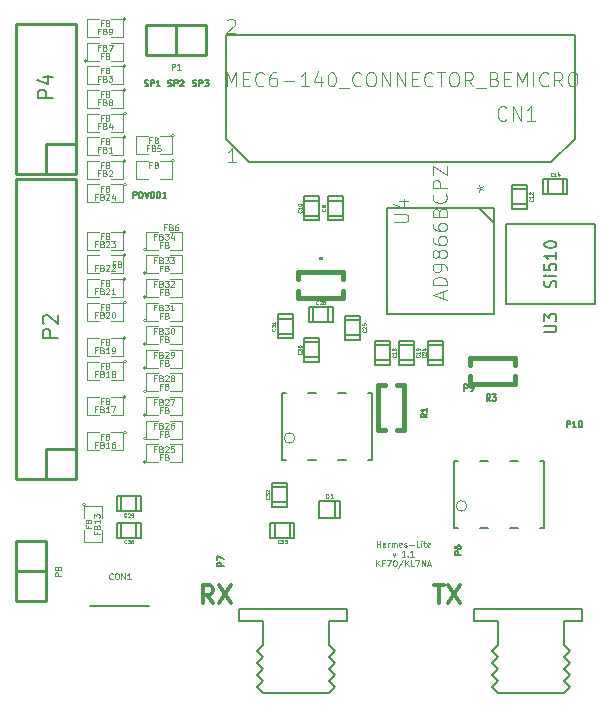
<source format=gto>
%FSLAX34Y34*%
G04 Gerber Fmt 3.4, Leading zero omitted, Abs format*
G04 (created by PCBNEW (2014-06-12 BZR 4942)-product) date Mon 16 Jun 2014 06:59:23 PM PDT*
%MOIN*%
G01*
G70*
G90*
G04 APERTURE LIST*
%ADD10C,0.003937*%
%ADD11C,0.004921*%
%ADD12C,0.011811*%
%ADD13C,0.006000*%
%ADD14C,0.015000*%
%ADD15C,0.005000*%
%ADD16C,0.005906*%
%ADD17C,0.003900*%
%ADD18C,0.010000*%
%ADD19C,0.002500*%
%ADD20C,0.003000*%
%ADD21C,0.005157*%
%ADD22C,0.002400*%
%ADD23C,0.004000*%
%ADD24C,0.004300*%
%ADD25C,0.008000*%
%ADD26C,0.002657*%
%ADD27C,0.001200*%
G04 APERTURE END LIST*
G54D10*
G54D11*
X61414Y-31464D02*
X61414Y-31267D01*
X61414Y-31361D02*
X61526Y-31361D01*
X61526Y-31464D02*
X61526Y-31267D01*
X61695Y-31454D02*
X61676Y-31464D01*
X61639Y-31464D01*
X61620Y-31454D01*
X61611Y-31436D01*
X61611Y-31361D01*
X61620Y-31342D01*
X61639Y-31333D01*
X61676Y-31333D01*
X61695Y-31342D01*
X61704Y-31361D01*
X61704Y-31379D01*
X61611Y-31398D01*
X61789Y-31464D02*
X61789Y-31333D01*
X61789Y-31370D02*
X61798Y-31351D01*
X61807Y-31342D01*
X61826Y-31333D01*
X61845Y-31333D01*
X61910Y-31464D02*
X61910Y-31333D01*
X61910Y-31351D02*
X61920Y-31342D01*
X61939Y-31333D01*
X61967Y-31333D01*
X61985Y-31342D01*
X61995Y-31361D01*
X61995Y-31464D01*
X61995Y-31361D02*
X62004Y-31342D01*
X62023Y-31333D01*
X62051Y-31333D01*
X62070Y-31342D01*
X62079Y-31361D01*
X62079Y-31464D01*
X62248Y-31454D02*
X62229Y-31464D01*
X62192Y-31464D01*
X62173Y-31454D01*
X62164Y-31436D01*
X62164Y-31361D01*
X62173Y-31342D01*
X62192Y-31333D01*
X62229Y-31333D01*
X62248Y-31342D01*
X62257Y-31361D01*
X62257Y-31379D01*
X62164Y-31398D01*
X62332Y-31454D02*
X62351Y-31464D01*
X62389Y-31464D01*
X62407Y-31454D01*
X62417Y-31436D01*
X62417Y-31426D01*
X62407Y-31408D01*
X62389Y-31398D01*
X62360Y-31398D01*
X62342Y-31389D01*
X62332Y-31370D01*
X62332Y-31361D01*
X62342Y-31342D01*
X62360Y-31333D01*
X62389Y-31333D01*
X62407Y-31342D01*
X62501Y-31389D02*
X62651Y-31389D01*
X62838Y-31464D02*
X62745Y-31464D01*
X62745Y-31267D01*
X62904Y-31464D02*
X62904Y-31333D01*
X62904Y-31267D02*
X62895Y-31276D01*
X62904Y-31286D01*
X62913Y-31276D01*
X62904Y-31267D01*
X62904Y-31286D01*
X62970Y-31333D02*
X63045Y-31333D01*
X62998Y-31267D02*
X62998Y-31436D01*
X63007Y-31454D01*
X63026Y-31464D01*
X63045Y-31464D01*
X63185Y-31454D02*
X63167Y-31464D01*
X63129Y-31464D01*
X63110Y-31454D01*
X63101Y-31436D01*
X63101Y-31361D01*
X63110Y-31342D01*
X63129Y-31333D01*
X63167Y-31333D01*
X63185Y-31342D01*
X63195Y-31361D01*
X63195Y-31379D01*
X63101Y-31398D01*
X61943Y-31657D02*
X61990Y-31789D01*
X62037Y-31657D01*
X62365Y-31789D02*
X62253Y-31789D01*
X62309Y-31789D02*
X62309Y-31592D01*
X62290Y-31620D01*
X62271Y-31639D01*
X62253Y-31648D01*
X62449Y-31770D02*
X62459Y-31779D01*
X62449Y-31789D01*
X62440Y-31779D01*
X62449Y-31770D01*
X62449Y-31789D01*
X62646Y-31789D02*
X62534Y-31789D01*
X62590Y-31789D02*
X62590Y-31592D01*
X62571Y-31620D01*
X62553Y-31639D01*
X62534Y-31648D01*
X61404Y-32113D02*
X61404Y-31917D01*
X61517Y-32113D02*
X61432Y-32001D01*
X61517Y-31917D02*
X61404Y-32029D01*
X61667Y-32010D02*
X61601Y-32010D01*
X61601Y-32113D02*
X61601Y-31917D01*
X61695Y-31917D01*
X61751Y-31917D02*
X61882Y-31917D01*
X61798Y-32113D01*
X61995Y-31917D02*
X62032Y-31917D01*
X62051Y-31926D01*
X62070Y-31945D01*
X62079Y-31982D01*
X62079Y-32048D01*
X62070Y-32085D01*
X62051Y-32104D01*
X62032Y-32113D01*
X61995Y-32113D01*
X61976Y-32104D01*
X61957Y-32085D01*
X61948Y-32048D01*
X61948Y-31982D01*
X61957Y-31945D01*
X61976Y-31926D01*
X61995Y-31917D01*
X62304Y-31907D02*
X62135Y-32160D01*
X62370Y-32113D02*
X62370Y-31917D01*
X62482Y-32113D02*
X62398Y-32001D01*
X62482Y-31917D02*
X62370Y-32029D01*
X62660Y-32113D02*
X62567Y-32113D01*
X62567Y-31917D01*
X62707Y-31917D02*
X62838Y-31917D01*
X62754Y-32113D01*
X62913Y-32113D02*
X62913Y-31917D01*
X63026Y-32113D01*
X63026Y-31917D01*
X63110Y-32057D02*
X63204Y-32057D01*
X63092Y-32113D02*
X63157Y-31917D01*
X63223Y-32113D01*
G54D12*
X63329Y-32747D02*
X63667Y-32747D01*
X63498Y-33338D02*
X63498Y-32747D01*
X63807Y-32747D02*
X64201Y-33338D01*
X64201Y-32747D02*
X63807Y-33338D01*
X55964Y-33338D02*
X55767Y-33056D01*
X55627Y-33338D02*
X55627Y-32747D01*
X55852Y-32747D01*
X55908Y-32775D01*
X55936Y-32803D01*
X55964Y-32859D01*
X55964Y-32944D01*
X55936Y-33000D01*
X55908Y-33028D01*
X55852Y-33056D01*
X55627Y-33056D01*
X56161Y-32747D02*
X56555Y-33338D01*
X56555Y-32747D02*
X56161Y-33338D01*
G54D13*
X64813Y-20159D02*
X65313Y-20659D01*
X65313Y-23469D02*
X65313Y-23349D01*
X65313Y-23269D02*
X65313Y-23149D01*
X65313Y-23069D02*
X65313Y-22949D01*
X65313Y-22879D02*
X65313Y-22759D01*
X65313Y-22679D02*
X65313Y-22559D01*
X65313Y-22479D02*
X65313Y-22359D01*
X65313Y-22289D02*
X65313Y-22169D01*
X65313Y-22089D02*
X65313Y-21969D01*
X65313Y-21889D02*
X65313Y-21769D01*
X65313Y-21689D02*
X65313Y-21569D01*
X65313Y-21499D02*
X65313Y-21379D01*
X65313Y-21299D02*
X65313Y-21179D01*
X65313Y-21099D02*
X65313Y-20979D01*
X65313Y-20909D02*
X65313Y-20789D01*
X65313Y-20709D02*
X65313Y-20589D01*
X65313Y-20509D02*
X65313Y-20389D01*
X65083Y-20159D02*
X64963Y-20159D01*
X64883Y-20159D02*
X64763Y-20159D01*
X64683Y-20159D02*
X64563Y-20159D01*
X64493Y-20159D02*
X64373Y-20159D01*
X64293Y-20159D02*
X64173Y-20159D01*
X64093Y-20159D02*
X63973Y-20159D01*
X63903Y-20159D02*
X63783Y-20159D01*
X63703Y-20159D02*
X63583Y-20159D01*
X63503Y-20159D02*
X63383Y-20159D01*
X63303Y-20159D02*
X63183Y-20159D01*
X63113Y-20159D02*
X62993Y-20159D01*
X62913Y-20159D02*
X62793Y-20159D01*
X62713Y-20159D02*
X62593Y-20159D01*
X62523Y-20159D02*
X62403Y-20159D01*
X62323Y-20159D02*
X62203Y-20159D01*
X62123Y-20159D02*
X62003Y-20159D01*
X61773Y-20389D02*
X61773Y-20509D01*
X61773Y-20589D02*
X61773Y-20709D01*
X61773Y-20789D02*
X61773Y-20909D01*
X61773Y-20979D02*
X61773Y-21099D01*
X61773Y-21179D02*
X61773Y-21299D01*
X61773Y-21379D02*
X61773Y-21499D01*
X61773Y-21569D02*
X61773Y-21689D01*
X61773Y-21769D02*
X61773Y-21889D01*
X61773Y-21969D02*
X61773Y-22089D01*
X61773Y-22169D02*
X61773Y-22289D01*
X61773Y-22359D02*
X61773Y-22479D01*
X61773Y-22559D02*
X61773Y-22679D01*
X61773Y-22759D02*
X61773Y-22879D01*
X61773Y-22949D02*
X61773Y-23069D01*
X61773Y-23149D02*
X61773Y-23269D01*
X61773Y-23349D02*
X61773Y-23469D01*
X62003Y-23699D02*
X62123Y-23699D01*
X62203Y-23699D02*
X62323Y-23699D01*
X62403Y-23699D02*
X62523Y-23699D01*
X62593Y-23699D02*
X62713Y-23699D01*
X62793Y-23699D02*
X62913Y-23699D01*
X62993Y-23699D02*
X63113Y-23699D01*
X63183Y-23699D02*
X63303Y-23699D01*
X63383Y-23699D02*
X63503Y-23699D01*
X63583Y-23699D02*
X63703Y-23699D01*
X63783Y-23699D02*
X63903Y-23699D01*
X63973Y-23699D02*
X64093Y-23699D01*
X64173Y-23699D02*
X64293Y-23699D01*
X64373Y-23699D02*
X64493Y-23699D01*
X64563Y-23699D02*
X64683Y-23699D01*
X64763Y-23699D02*
X64883Y-23699D01*
X64963Y-23699D02*
X65083Y-23699D01*
X61773Y-20159D02*
X61773Y-23699D01*
X61773Y-23699D02*
X65313Y-23699D01*
X65313Y-23699D02*
X65313Y-20159D01*
X65313Y-20159D02*
X61773Y-20159D01*
G54D14*
X62086Y-27559D02*
X62322Y-27559D01*
X62322Y-27559D02*
X62322Y-26063D01*
X62322Y-26063D02*
X62086Y-26063D01*
X61692Y-26063D02*
X61456Y-26063D01*
X61456Y-26063D02*
X61456Y-27559D01*
X61456Y-27559D02*
X61692Y-27559D01*
G54D15*
X59789Y-19927D02*
X60289Y-19927D01*
X59789Y-20427D02*
X60279Y-20427D01*
X59789Y-20577D02*
X59789Y-19777D01*
X59789Y-19777D02*
X60289Y-19777D01*
X60289Y-19777D02*
X60289Y-20577D01*
X60289Y-20577D02*
X59789Y-20577D01*
X59001Y-19927D02*
X59501Y-19927D01*
X59001Y-20427D02*
X59491Y-20427D01*
X59001Y-20577D02*
X59001Y-19777D01*
X59001Y-19777D02*
X59501Y-19777D01*
X59501Y-19777D02*
X59501Y-20577D01*
X59501Y-20577D02*
X59001Y-20577D01*
X66431Y-20053D02*
X65931Y-20053D01*
X66431Y-19553D02*
X65941Y-19553D01*
X66431Y-19403D02*
X66431Y-20203D01*
X66431Y-20203D02*
X65931Y-20203D01*
X65931Y-20203D02*
X65931Y-19403D01*
X65931Y-19403D02*
X66431Y-19403D01*
X67612Y-19198D02*
X67612Y-19698D01*
X67112Y-19198D02*
X67112Y-19688D01*
X66962Y-19198D02*
X67762Y-19198D01*
X67762Y-19198D02*
X67762Y-19698D01*
X67762Y-19698D02*
X66962Y-19698D01*
X66962Y-19698D02*
X66962Y-19198D01*
X61864Y-25250D02*
X61364Y-25250D01*
X61864Y-24750D02*
X61374Y-24750D01*
X61864Y-24600D02*
X61864Y-25400D01*
X61864Y-25400D02*
X61364Y-25400D01*
X61364Y-25400D02*
X61364Y-24600D01*
X61364Y-24600D02*
X61864Y-24600D01*
X62651Y-25250D02*
X62151Y-25250D01*
X62651Y-24750D02*
X62161Y-24750D01*
X62651Y-24600D02*
X62651Y-25400D01*
X62651Y-25400D02*
X62151Y-25400D01*
X62151Y-25400D02*
X62151Y-24600D01*
X62151Y-24600D02*
X62651Y-24600D01*
X63135Y-24750D02*
X63635Y-24750D01*
X63135Y-25250D02*
X63625Y-25250D01*
X63135Y-25400D02*
X63135Y-24600D01*
X63135Y-24600D02*
X63635Y-24600D01*
X63635Y-24600D02*
X63635Y-25400D01*
X63635Y-25400D02*
X63135Y-25400D01*
X60864Y-24419D02*
X60364Y-24419D01*
X60864Y-23919D02*
X60374Y-23919D01*
X60864Y-23769D02*
X60864Y-24569D01*
X60864Y-24569D02*
X60364Y-24569D01*
X60364Y-24569D02*
X60364Y-23769D01*
X60364Y-23769D02*
X60864Y-23769D01*
X59797Y-23470D02*
X59797Y-23970D01*
X59297Y-23470D02*
X59297Y-23960D01*
X59147Y-23470D02*
X59947Y-23470D01*
X59947Y-23470D02*
X59947Y-23970D01*
X59947Y-23970D02*
X59147Y-23970D01*
X59147Y-23970D02*
X59147Y-23470D01*
X52899Y-30269D02*
X52899Y-29769D01*
X53399Y-30269D02*
X53399Y-29779D01*
X53549Y-30269D02*
X52749Y-30269D01*
X52749Y-30269D02*
X52749Y-29769D01*
X52749Y-29769D02*
X53549Y-29769D01*
X53549Y-29769D02*
X53549Y-30269D01*
X59001Y-24651D02*
X59501Y-24651D01*
X59001Y-25151D02*
X59491Y-25151D01*
X59001Y-25301D02*
X59001Y-24501D01*
X59001Y-24501D02*
X59501Y-24501D01*
X59501Y-24501D02*
X59501Y-25301D01*
X59501Y-25301D02*
X59001Y-25301D01*
X58116Y-23864D02*
X58616Y-23864D01*
X58116Y-24364D02*
X58606Y-24364D01*
X58116Y-24514D02*
X58116Y-23714D01*
X58116Y-23714D02*
X58616Y-23714D01*
X58616Y-23714D02*
X58616Y-24514D01*
X58616Y-24514D02*
X58116Y-24514D01*
X57919Y-29474D02*
X58419Y-29474D01*
X57919Y-29974D02*
X58409Y-29974D01*
X57919Y-30124D02*
X57919Y-29324D01*
X57919Y-29324D02*
X58419Y-29324D01*
X58419Y-29324D02*
X58419Y-30124D01*
X58419Y-30124D02*
X57919Y-30124D01*
X58017Y-31155D02*
X58017Y-30655D01*
X58517Y-31155D02*
X58517Y-30665D01*
X58667Y-31155D02*
X57867Y-31155D01*
X57867Y-31155D02*
X57867Y-30655D01*
X57867Y-30655D02*
X58667Y-30655D01*
X58667Y-30655D02*
X58667Y-31155D01*
X52899Y-31155D02*
X52899Y-30655D01*
X53399Y-31155D02*
X53399Y-30665D01*
X53549Y-31155D02*
X52749Y-31155D01*
X52749Y-31155D02*
X52749Y-30655D01*
X52749Y-30655D02*
X53549Y-30655D01*
X53549Y-30655D02*
X53549Y-31155D01*
X56383Y-14417D02*
X68025Y-14417D01*
X68025Y-14417D02*
X68025Y-17866D01*
X68025Y-17866D02*
X67238Y-18653D01*
X67238Y-18653D02*
X57171Y-18653D01*
X57171Y-18653D02*
X56383Y-17866D01*
X56383Y-17866D02*
X56383Y-14417D01*
G54D16*
X51850Y-33425D02*
X53838Y-33425D01*
G54D15*
X60039Y-29940D02*
X60039Y-30492D01*
X60196Y-29940D02*
X59488Y-29940D01*
X59488Y-29940D02*
X59488Y-30492D01*
X59488Y-30492D02*
X60196Y-30492D01*
X60196Y-30492D02*
X60196Y-29940D01*
G54D17*
X53062Y-17810D02*
G75*
G03X53062Y-17810I-50J0D01*
G74*
G01*
X52562Y-17810D02*
X52962Y-17810D01*
X52962Y-17810D02*
X52962Y-18410D01*
X52962Y-18410D02*
X52562Y-18410D01*
X52162Y-18410D02*
X51762Y-18410D01*
X51762Y-18410D02*
X51762Y-17810D01*
X51762Y-17810D02*
X52162Y-17810D01*
X53062Y-18597D02*
G75*
G03X53062Y-18597I-50J0D01*
G74*
G01*
X52562Y-18597D02*
X52962Y-18597D01*
X52962Y-18597D02*
X52962Y-19197D01*
X52962Y-19197D02*
X52562Y-19197D01*
X52162Y-19197D02*
X51762Y-19197D01*
X51762Y-19197D02*
X51762Y-18597D01*
X51762Y-18597D02*
X52162Y-18597D01*
X53062Y-15448D02*
G75*
G03X53062Y-15448I-50J0D01*
G74*
G01*
X52562Y-15448D02*
X52962Y-15448D01*
X52962Y-15448D02*
X52962Y-16048D01*
X52962Y-16048D02*
X52562Y-16048D01*
X52162Y-16048D02*
X51762Y-16048D01*
X51762Y-16048D02*
X51762Y-15448D01*
X51762Y-15448D02*
X52162Y-15448D01*
X53062Y-17022D02*
G75*
G03X53062Y-17022I-50J0D01*
G74*
G01*
X52562Y-17022D02*
X52962Y-17022D01*
X52962Y-17022D02*
X52962Y-17622D01*
X52962Y-17622D02*
X52562Y-17622D01*
X52162Y-17622D02*
X51762Y-17622D01*
X51762Y-17622D02*
X51762Y-17022D01*
X51762Y-17022D02*
X52162Y-17022D01*
X54676Y-17770D02*
G75*
G03X54676Y-17770I-50J0D01*
G74*
G01*
X54176Y-17770D02*
X54576Y-17770D01*
X54576Y-17770D02*
X54576Y-18370D01*
X54576Y-18370D02*
X54176Y-18370D01*
X53776Y-18370D02*
X53376Y-18370D01*
X53376Y-18370D02*
X53376Y-17770D01*
X53376Y-17770D02*
X53776Y-17770D01*
X54676Y-18597D02*
G75*
G03X54676Y-18597I-50J0D01*
G74*
G01*
X54176Y-18597D02*
X54576Y-18597D01*
X54576Y-18597D02*
X54576Y-19197D01*
X54576Y-19197D02*
X54176Y-19197D01*
X53776Y-19197D02*
X53376Y-19197D01*
X53376Y-19197D02*
X53376Y-18597D01*
X53376Y-18597D02*
X53776Y-18597D01*
X51762Y-15260D02*
G75*
G03X51762Y-15260I-50J0D01*
G74*
G01*
X52162Y-15260D02*
X51762Y-15260D01*
X51762Y-15260D02*
X51762Y-14660D01*
X51762Y-14660D02*
X52162Y-14660D01*
X52562Y-14660D02*
X52962Y-14660D01*
X52962Y-14660D02*
X52962Y-15260D01*
X52962Y-15260D02*
X52562Y-15260D01*
X53062Y-16235D02*
G75*
G03X53062Y-16235I-50J0D01*
G74*
G01*
X52562Y-16235D02*
X52962Y-16235D01*
X52962Y-16235D02*
X52962Y-16835D01*
X52962Y-16835D02*
X52562Y-16835D01*
X52162Y-16835D02*
X51762Y-16835D01*
X51762Y-16835D02*
X51762Y-16235D01*
X51762Y-16235D02*
X52162Y-16235D01*
X53062Y-13873D02*
G75*
G03X53062Y-13873I-50J0D01*
G74*
G01*
X52562Y-13873D02*
X52962Y-13873D01*
X52962Y-13873D02*
X52962Y-14473D01*
X52962Y-14473D02*
X52562Y-14473D01*
X52162Y-14473D02*
X51762Y-14473D01*
X51762Y-14473D02*
X51762Y-13873D01*
X51762Y-13873D02*
X52162Y-13873D01*
X51718Y-30058D02*
G75*
G03X51718Y-30058I-50J0D01*
G74*
G01*
X51668Y-30508D02*
X51668Y-30108D01*
X51668Y-30108D02*
X52268Y-30108D01*
X52268Y-30108D02*
X52268Y-30508D01*
X52268Y-30908D02*
X52268Y-31308D01*
X52268Y-31308D02*
X51668Y-31308D01*
X51668Y-31308D02*
X51668Y-30908D01*
G54D18*
X49393Y-19035D02*
X49393Y-14035D01*
X49393Y-14035D02*
X51393Y-14035D01*
X51393Y-14035D02*
X51393Y-18035D01*
X49393Y-19035D02*
X50393Y-19035D01*
X51393Y-19035D02*
X51393Y-18035D01*
X50393Y-19035D02*
X50393Y-18035D01*
X50393Y-18035D02*
X51393Y-18035D01*
X51393Y-19035D02*
X50393Y-19035D01*
G54D16*
X67656Y-36344D02*
X65456Y-36344D01*
X65456Y-36344D02*
X65256Y-36144D01*
X65256Y-36144D02*
X65456Y-35944D01*
X65456Y-35944D02*
X65256Y-35744D01*
X65256Y-35744D02*
X65456Y-35544D01*
X65456Y-35544D02*
X65256Y-35344D01*
X65256Y-35344D02*
X65456Y-35144D01*
X65456Y-35144D02*
X65256Y-34944D01*
X67856Y-34944D02*
X67656Y-35144D01*
X67656Y-35144D02*
X67856Y-35344D01*
X67856Y-35344D02*
X67656Y-35544D01*
X67656Y-35544D02*
X67856Y-35744D01*
X67856Y-35744D02*
X67656Y-35944D01*
X67656Y-35944D02*
X67856Y-36144D01*
X67856Y-36144D02*
X67656Y-36344D01*
X65256Y-34944D02*
X65456Y-34744D01*
X65456Y-34744D02*
X65456Y-33944D01*
X65456Y-33944D02*
X64656Y-33944D01*
X64656Y-33944D02*
X64656Y-33544D01*
X64656Y-33544D02*
X68256Y-33544D01*
X68256Y-33544D02*
X68256Y-33944D01*
X68256Y-33944D02*
X67656Y-33944D01*
X67656Y-33944D02*
X67656Y-34744D01*
X67656Y-34744D02*
X67856Y-34944D01*
X59822Y-36344D02*
X57622Y-36344D01*
X57622Y-36344D02*
X57422Y-36144D01*
X57422Y-36144D02*
X57622Y-35944D01*
X57622Y-35944D02*
X57422Y-35744D01*
X57422Y-35744D02*
X57622Y-35544D01*
X57622Y-35544D02*
X57422Y-35344D01*
X57422Y-35344D02*
X57622Y-35144D01*
X57622Y-35144D02*
X57422Y-34944D01*
X60022Y-34944D02*
X59822Y-35144D01*
X59822Y-35144D02*
X60022Y-35344D01*
X60022Y-35344D02*
X59822Y-35544D01*
X59822Y-35544D02*
X60022Y-35744D01*
X60022Y-35744D02*
X59822Y-35944D01*
X59822Y-35944D02*
X60022Y-36144D01*
X60022Y-36144D02*
X59822Y-36344D01*
X57422Y-34944D02*
X57622Y-34744D01*
X57622Y-34744D02*
X57622Y-33944D01*
X57622Y-33944D02*
X56822Y-33944D01*
X56822Y-33944D02*
X56822Y-33544D01*
X56822Y-33544D02*
X60422Y-33544D01*
X60422Y-33544D02*
X60422Y-33944D01*
X60422Y-33944D02*
X59822Y-33944D01*
X59822Y-33944D02*
X59822Y-34744D01*
X59822Y-34744D02*
X60022Y-34944D01*
G54D18*
X50401Y-32283D02*
X49401Y-32283D01*
X50401Y-31283D02*
X49401Y-31283D01*
X49401Y-31283D02*
X49401Y-32283D01*
X49401Y-32283D02*
X49401Y-33283D01*
X49401Y-33283D02*
X50401Y-33283D01*
X50401Y-33283D02*
X50401Y-31283D01*
G54D14*
X58799Y-22933D02*
X58799Y-23169D01*
X58799Y-23169D02*
X60295Y-23169D01*
X60295Y-23169D02*
X60295Y-22933D01*
X60295Y-22539D02*
X60295Y-22303D01*
X60295Y-22303D02*
X58799Y-22303D01*
X58799Y-22303D02*
X58799Y-22539D01*
X66023Y-25393D02*
X66023Y-25157D01*
X66023Y-25157D02*
X64527Y-25157D01*
X64527Y-25157D02*
X64527Y-25393D01*
X64527Y-25787D02*
X64527Y-26023D01*
X64527Y-26023D02*
X66023Y-26023D01*
X66023Y-26023D02*
X66023Y-25787D01*
G54D15*
X63988Y-30852D02*
X63988Y-28602D01*
X66988Y-28602D02*
X66988Y-30852D01*
X63988Y-28602D02*
X64113Y-28602D01*
X64863Y-28602D02*
X65113Y-28602D01*
X65863Y-28602D02*
X66113Y-28602D01*
X66863Y-28602D02*
X66988Y-28602D01*
X63988Y-30852D02*
X64113Y-30852D01*
X64863Y-30852D02*
X65113Y-30852D01*
X65863Y-30852D02*
X66113Y-30852D01*
X66863Y-30852D02*
X66988Y-30852D01*
G54D19*
X64414Y-30102D02*
G75*
G03X64414Y-30102I-176J0D01*
G74*
G01*
G54D15*
X58259Y-28588D02*
X58259Y-26338D01*
X61259Y-26338D02*
X61259Y-28588D01*
X58259Y-26338D02*
X58384Y-26338D01*
X59134Y-26338D02*
X59384Y-26338D01*
X60134Y-26338D02*
X60384Y-26338D01*
X61134Y-26338D02*
X61259Y-26338D01*
X58259Y-28588D02*
X58384Y-28588D01*
X59134Y-28588D02*
X59384Y-28588D01*
X60134Y-28588D02*
X60384Y-28588D01*
X61134Y-28588D02*
X61259Y-28588D01*
G54D19*
X58686Y-27838D02*
G75*
G03X58686Y-27838I-176J0D01*
G74*
G01*
G54D16*
X65728Y-20708D02*
X65728Y-23385D01*
X65728Y-23385D02*
X68681Y-23385D01*
X68681Y-23385D02*
X68681Y-20708D01*
X68681Y-20708D02*
X65728Y-20708D01*
X65728Y-20708D02*
X65728Y-20748D01*
X65728Y-20748D02*
X65728Y-20708D01*
G54D18*
X54724Y-15066D02*
X54724Y-14066D01*
X55724Y-15066D02*
X55724Y-14066D01*
X55724Y-14066D02*
X54724Y-14066D01*
X54724Y-14066D02*
X53724Y-14066D01*
X53724Y-14066D02*
X53724Y-15066D01*
X53724Y-15066D02*
X55724Y-15066D01*
G54D17*
X53062Y-27652D02*
G75*
G03X53062Y-27652I-50J0D01*
G74*
G01*
X52562Y-27652D02*
X52962Y-27652D01*
X52962Y-27652D02*
X52962Y-28252D01*
X52962Y-28252D02*
X52562Y-28252D01*
X52162Y-28252D02*
X51762Y-28252D01*
X51762Y-28252D02*
X51762Y-27652D01*
X51762Y-27652D02*
X52162Y-27652D01*
X53062Y-26471D02*
G75*
G03X53062Y-26471I-50J0D01*
G74*
G01*
X52562Y-26471D02*
X52962Y-26471D01*
X52962Y-26471D02*
X52962Y-27071D01*
X52962Y-27071D02*
X52562Y-27071D01*
X52162Y-27071D02*
X51762Y-27071D01*
X51762Y-27071D02*
X51762Y-26471D01*
X51762Y-26471D02*
X52162Y-26471D01*
X53062Y-25290D02*
G75*
G03X53062Y-25290I-50J0D01*
G74*
G01*
X52562Y-25290D02*
X52962Y-25290D01*
X52962Y-25290D02*
X52962Y-25890D01*
X52962Y-25890D02*
X52562Y-25890D01*
X52162Y-25890D02*
X51762Y-25890D01*
X51762Y-25890D02*
X51762Y-25290D01*
X51762Y-25290D02*
X52162Y-25290D01*
X53062Y-24503D02*
G75*
G03X53062Y-24503I-50J0D01*
G74*
G01*
X52562Y-24503D02*
X52962Y-24503D01*
X52962Y-24503D02*
X52962Y-25103D01*
X52962Y-25103D02*
X52562Y-25103D01*
X52162Y-25103D02*
X51762Y-25103D01*
X51762Y-25103D02*
X51762Y-24503D01*
X51762Y-24503D02*
X52162Y-24503D01*
X53062Y-23322D02*
G75*
G03X53062Y-23322I-50J0D01*
G74*
G01*
X52562Y-23322D02*
X52962Y-23322D01*
X52962Y-23322D02*
X52962Y-23922D01*
X52962Y-23922D02*
X52562Y-23922D01*
X52162Y-23922D02*
X51762Y-23922D01*
X51762Y-23922D02*
X51762Y-23322D01*
X51762Y-23322D02*
X52162Y-23322D01*
X53062Y-22534D02*
G75*
G03X53062Y-22534I-50J0D01*
G74*
G01*
X52562Y-22534D02*
X52962Y-22534D01*
X52962Y-22534D02*
X52962Y-23134D01*
X52962Y-23134D02*
X52562Y-23134D01*
X52162Y-23134D02*
X51762Y-23134D01*
X51762Y-23134D02*
X51762Y-22534D01*
X51762Y-22534D02*
X52162Y-22534D01*
X53062Y-21747D02*
G75*
G03X53062Y-21747I-50J0D01*
G74*
G01*
X52562Y-21747D02*
X52962Y-21747D01*
X52962Y-21747D02*
X52962Y-22347D01*
X52962Y-22347D02*
X52562Y-22347D01*
X52162Y-22347D02*
X51762Y-22347D01*
X51762Y-22347D02*
X51762Y-21747D01*
X51762Y-21747D02*
X52162Y-21747D01*
X53062Y-20959D02*
G75*
G03X53062Y-20959I-50J0D01*
G74*
G01*
X52562Y-20959D02*
X52962Y-20959D01*
X52962Y-20959D02*
X52962Y-21559D01*
X52962Y-21559D02*
X52562Y-21559D01*
X52162Y-21559D02*
X51762Y-21559D01*
X51762Y-21559D02*
X51762Y-20959D01*
X51762Y-20959D02*
X52162Y-20959D01*
X53062Y-19385D02*
G75*
G03X53062Y-19385I-50J0D01*
G74*
G01*
X52562Y-19385D02*
X52962Y-19385D01*
X52962Y-19385D02*
X52962Y-19985D01*
X52962Y-19985D02*
X52562Y-19985D01*
X52162Y-19985D02*
X51762Y-19985D01*
X51762Y-19985D02*
X51762Y-19385D01*
X51762Y-19385D02*
X52162Y-19385D01*
X53730Y-28646D02*
G75*
G03X53730Y-28646I-50J0D01*
G74*
G01*
X54130Y-28646D02*
X53730Y-28646D01*
X53730Y-28646D02*
X53730Y-28046D01*
X53730Y-28046D02*
X54130Y-28046D01*
X54530Y-28046D02*
X54930Y-28046D01*
X54930Y-28046D02*
X54930Y-28646D01*
X54930Y-28646D02*
X54530Y-28646D01*
X53730Y-27859D02*
G75*
G03X53730Y-27859I-50J0D01*
G74*
G01*
X54130Y-27859D02*
X53730Y-27859D01*
X53730Y-27859D02*
X53730Y-27259D01*
X53730Y-27259D02*
X54130Y-27259D01*
X54530Y-27259D02*
X54930Y-27259D01*
X54930Y-27259D02*
X54930Y-27859D01*
X54930Y-27859D02*
X54530Y-27859D01*
X53730Y-27071D02*
G75*
G03X53730Y-27071I-50J0D01*
G74*
G01*
X54130Y-27071D02*
X53730Y-27071D01*
X53730Y-27071D02*
X53730Y-26471D01*
X53730Y-26471D02*
X54130Y-26471D01*
X54530Y-26471D02*
X54930Y-26471D01*
X54930Y-26471D02*
X54930Y-27071D01*
X54930Y-27071D02*
X54530Y-27071D01*
X53730Y-26284D02*
G75*
G03X53730Y-26284I-50J0D01*
G74*
G01*
X54130Y-26284D02*
X53730Y-26284D01*
X53730Y-26284D02*
X53730Y-25684D01*
X53730Y-25684D02*
X54130Y-25684D01*
X54530Y-25684D02*
X54930Y-25684D01*
X54930Y-25684D02*
X54930Y-26284D01*
X54930Y-26284D02*
X54530Y-26284D01*
X53730Y-25496D02*
G75*
G03X53730Y-25496I-50J0D01*
G74*
G01*
X54130Y-25496D02*
X53730Y-25496D01*
X53730Y-25496D02*
X53730Y-24896D01*
X53730Y-24896D02*
X54130Y-24896D01*
X54530Y-24896D02*
X54930Y-24896D01*
X54930Y-24896D02*
X54930Y-25496D01*
X54930Y-25496D02*
X54530Y-25496D01*
X53730Y-24709D02*
G75*
G03X53730Y-24709I-50J0D01*
G74*
G01*
X54130Y-24709D02*
X53730Y-24709D01*
X53730Y-24709D02*
X53730Y-24109D01*
X53730Y-24109D02*
X54130Y-24109D01*
X54530Y-24109D02*
X54930Y-24109D01*
X54930Y-24109D02*
X54930Y-24709D01*
X54930Y-24709D02*
X54530Y-24709D01*
X53730Y-23922D02*
G75*
G03X53730Y-23922I-50J0D01*
G74*
G01*
X54130Y-23922D02*
X53730Y-23922D01*
X53730Y-23922D02*
X53730Y-23322D01*
X53730Y-23322D02*
X54130Y-23322D01*
X54530Y-23322D02*
X54930Y-23322D01*
X54930Y-23322D02*
X54930Y-23922D01*
X54930Y-23922D02*
X54530Y-23922D01*
X53730Y-23134D02*
G75*
G03X53730Y-23134I-50J0D01*
G74*
G01*
X54130Y-23134D02*
X53730Y-23134D01*
X53730Y-23134D02*
X53730Y-22534D01*
X53730Y-22534D02*
X54130Y-22534D01*
X54530Y-22534D02*
X54930Y-22534D01*
X54930Y-22534D02*
X54930Y-23134D01*
X54930Y-23134D02*
X54530Y-23134D01*
X53730Y-22347D02*
G75*
G03X53730Y-22347I-50J0D01*
G74*
G01*
X54130Y-22347D02*
X53730Y-22347D01*
X53730Y-22347D02*
X53730Y-21747D01*
X53730Y-21747D02*
X54130Y-21747D01*
X54530Y-21747D02*
X54930Y-21747D01*
X54930Y-21747D02*
X54930Y-22347D01*
X54930Y-22347D02*
X54530Y-22347D01*
X53730Y-21559D02*
G75*
G03X53730Y-21559I-50J0D01*
G74*
G01*
X54130Y-21559D02*
X53730Y-21559D01*
X53730Y-21559D02*
X53730Y-20959D01*
X53730Y-20959D02*
X54130Y-20959D01*
X54530Y-20959D02*
X54930Y-20959D01*
X54930Y-20959D02*
X54930Y-21559D01*
X54930Y-21559D02*
X54530Y-21559D01*
G54D18*
X49393Y-19212D02*
X49393Y-29212D01*
X51393Y-28212D02*
X51393Y-19212D01*
X49393Y-19212D02*
X51393Y-19212D01*
X49393Y-29212D02*
X50393Y-29212D01*
X51393Y-29212D02*
X51393Y-28212D01*
X50393Y-29212D02*
X50393Y-28212D01*
X50393Y-28212D02*
X51393Y-28212D01*
X51393Y-29212D02*
X50393Y-29212D01*
G54D20*
X61998Y-20642D02*
X62382Y-20642D01*
X62428Y-20620D01*
X62450Y-20597D01*
X62473Y-20552D01*
X62473Y-20461D01*
X62450Y-20416D01*
X62428Y-20394D01*
X62382Y-20371D01*
X61998Y-20371D01*
X62156Y-19941D02*
X62473Y-19941D01*
X61975Y-20054D02*
X62315Y-20167D01*
X62315Y-19873D01*
X63621Y-23177D02*
X63621Y-22951D01*
X63756Y-23222D02*
X63281Y-23064D01*
X63756Y-22905D01*
X63756Y-22747D02*
X63281Y-22747D01*
X63281Y-22634D01*
X63304Y-22566D01*
X63349Y-22521D01*
X63395Y-22498D01*
X63485Y-22476D01*
X63553Y-22476D01*
X63643Y-22498D01*
X63689Y-22521D01*
X63734Y-22566D01*
X63756Y-22634D01*
X63756Y-22747D01*
X63756Y-22249D02*
X63756Y-22159D01*
X63734Y-22114D01*
X63711Y-22091D01*
X63643Y-22046D01*
X63553Y-22023D01*
X63372Y-22023D01*
X63327Y-22046D01*
X63304Y-22068D01*
X63281Y-22114D01*
X63281Y-22204D01*
X63304Y-22249D01*
X63327Y-22272D01*
X63372Y-22295D01*
X63485Y-22295D01*
X63530Y-22272D01*
X63553Y-22249D01*
X63575Y-22204D01*
X63575Y-22114D01*
X63553Y-22068D01*
X63530Y-22046D01*
X63485Y-22023D01*
X63485Y-21752D02*
X63462Y-21797D01*
X63440Y-21820D01*
X63395Y-21842D01*
X63372Y-21842D01*
X63327Y-21820D01*
X63304Y-21797D01*
X63281Y-21752D01*
X63281Y-21661D01*
X63304Y-21616D01*
X63327Y-21593D01*
X63372Y-21571D01*
X63395Y-21571D01*
X63440Y-21593D01*
X63462Y-21616D01*
X63485Y-21661D01*
X63485Y-21752D01*
X63508Y-21797D01*
X63530Y-21820D01*
X63575Y-21842D01*
X63666Y-21842D01*
X63711Y-21820D01*
X63734Y-21797D01*
X63756Y-21752D01*
X63756Y-21661D01*
X63734Y-21616D01*
X63711Y-21593D01*
X63666Y-21571D01*
X63575Y-21571D01*
X63530Y-21593D01*
X63508Y-21616D01*
X63485Y-21661D01*
X63281Y-21164D02*
X63281Y-21254D01*
X63304Y-21299D01*
X63327Y-21322D01*
X63395Y-21367D01*
X63485Y-21390D01*
X63666Y-21390D01*
X63711Y-21367D01*
X63734Y-21345D01*
X63756Y-21299D01*
X63756Y-21209D01*
X63734Y-21164D01*
X63711Y-21141D01*
X63666Y-21118D01*
X63553Y-21118D01*
X63508Y-21141D01*
X63485Y-21164D01*
X63462Y-21209D01*
X63462Y-21299D01*
X63485Y-21345D01*
X63508Y-21367D01*
X63553Y-21390D01*
X63281Y-20711D02*
X63281Y-20802D01*
X63304Y-20847D01*
X63327Y-20870D01*
X63395Y-20915D01*
X63485Y-20937D01*
X63666Y-20937D01*
X63711Y-20915D01*
X63734Y-20892D01*
X63756Y-20847D01*
X63756Y-20757D01*
X63734Y-20711D01*
X63711Y-20689D01*
X63666Y-20666D01*
X63553Y-20666D01*
X63508Y-20689D01*
X63485Y-20711D01*
X63462Y-20757D01*
X63462Y-20847D01*
X63485Y-20892D01*
X63508Y-20915D01*
X63553Y-20937D01*
X63508Y-20304D02*
X63530Y-20236D01*
X63553Y-20214D01*
X63598Y-20191D01*
X63666Y-20191D01*
X63711Y-20214D01*
X63734Y-20236D01*
X63756Y-20282D01*
X63756Y-20462D01*
X63281Y-20462D01*
X63281Y-20304D01*
X63304Y-20259D01*
X63327Y-20236D01*
X63372Y-20214D01*
X63417Y-20214D01*
X63462Y-20236D01*
X63485Y-20259D01*
X63508Y-20304D01*
X63508Y-20462D01*
X63711Y-19716D02*
X63734Y-19739D01*
X63756Y-19807D01*
X63756Y-19852D01*
X63734Y-19920D01*
X63689Y-19965D01*
X63643Y-19987D01*
X63553Y-20010D01*
X63485Y-20010D01*
X63395Y-19987D01*
X63349Y-19965D01*
X63304Y-19920D01*
X63281Y-19852D01*
X63281Y-19807D01*
X63304Y-19739D01*
X63327Y-19716D01*
X63756Y-19512D02*
X63281Y-19512D01*
X63281Y-19332D01*
X63304Y-19286D01*
X63327Y-19264D01*
X63372Y-19241D01*
X63440Y-19241D01*
X63485Y-19264D01*
X63508Y-19286D01*
X63530Y-19332D01*
X63530Y-19512D01*
X63281Y-19083D02*
X63281Y-18766D01*
X63756Y-19083D01*
X63756Y-18766D01*
X64753Y-19519D02*
X64866Y-19519D01*
X64821Y-19632D02*
X64866Y-19519D01*
X64821Y-19406D01*
X64956Y-19586D02*
X64866Y-19519D01*
X64956Y-19451D01*
G54D21*
X63093Y-27034D02*
X62995Y-27103D01*
X63093Y-27152D02*
X62887Y-27152D01*
X62887Y-27073D01*
X62896Y-27054D01*
X62906Y-27044D01*
X62926Y-27034D01*
X62955Y-27034D01*
X62975Y-27044D01*
X62985Y-27054D01*
X62995Y-27073D01*
X62995Y-27152D01*
X63093Y-26837D02*
X63093Y-26955D01*
X63093Y-26896D02*
X62887Y-26896D01*
X62916Y-26916D01*
X62936Y-26936D01*
X62945Y-26955D01*
G54D22*
X59691Y-20196D02*
X59697Y-20202D01*
X59702Y-20219D01*
X59702Y-20230D01*
X59697Y-20247D01*
X59685Y-20258D01*
X59674Y-20264D01*
X59652Y-20269D01*
X59635Y-20269D01*
X59612Y-20264D01*
X59601Y-20258D01*
X59590Y-20247D01*
X59584Y-20230D01*
X59584Y-20219D01*
X59590Y-20202D01*
X59595Y-20196D01*
X59635Y-20129D02*
X59629Y-20140D01*
X59624Y-20146D01*
X59612Y-20151D01*
X59607Y-20151D01*
X59595Y-20146D01*
X59590Y-20140D01*
X59584Y-20129D01*
X59584Y-20106D01*
X59590Y-20095D01*
X59595Y-20090D01*
X59607Y-20084D01*
X59612Y-20084D01*
X59624Y-20090D01*
X59629Y-20095D01*
X59635Y-20106D01*
X59635Y-20129D01*
X59640Y-20140D01*
X59646Y-20146D01*
X59657Y-20151D01*
X59680Y-20151D01*
X59691Y-20146D01*
X59697Y-20140D01*
X59702Y-20129D01*
X59702Y-20106D01*
X59697Y-20095D01*
X59691Y-20090D01*
X59680Y-20084D01*
X59657Y-20084D01*
X59646Y-20090D01*
X59640Y-20095D01*
X59635Y-20106D01*
X58904Y-20253D02*
X58909Y-20258D01*
X58915Y-20275D01*
X58915Y-20286D01*
X58909Y-20303D01*
X58898Y-20314D01*
X58887Y-20320D01*
X58864Y-20326D01*
X58847Y-20326D01*
X58825Y-20320D01*
X58814Y-20314D01*
X58802Y-20303D01*
X58797Y-20286D01*
X58797Y-20275D01*
X58802Y-20258D01*
X58808Y-20253D01*
X58915Y-20140D02*
X58915Y-20208D01*
X58915Y-20174D02*
X58797Y-20174D01*
X58814Y-20185D01*
X58825Y-20196D01*
X58831Y-20208D01*
X58797Y-20067D02*
X58797Y-20056D01*
X58802Y-20045D01*
X58808Y-20039D01*
X58819Y-20033D01*
X58842Y-20028D01*
X58870Y-20028D01*
X58892Y-20033D01*
X58904Y-20039D01*
X58909Y-20045D01*
X58915Y-20056D01*
X58915Y-20067D01*
X58909Y-20078D01*
X58904Y-20084D01*
X58892Y-20090D01*
X58870Y-20095D01*
X58842Y-20095D01*
X58819Y-20090D01*
X58808Y-20084D01*
X58802Y-20078D01*
X58797Y-20067D01*
X66613Y-19879D02*
X66618Y-19884D01*
X66624Y-19901D01*
X66624Y-19912D01*
X66618Y-19929D01*
X66607Y-19940D01*
X66596Y-19946D01*
X66573Y-19952D01*
X66557Y-19952D01*
X66534Y-19946D01*
X66523Y-19940D01*
X66512Y-19929D01*
X66506Y-19912D01*
X66506Y-19901D01*
X66512Y-19884D01*
X66517Y-19879D01*
X66624Y-19766D02*
X66624Y-19834D01*
X66624Y-19800D02*
X66506Y-19800D01*
X66523Y-19811D01*
X66534Y-19822D01*
X66540Y-19834D01*
X66517Y-19721D02*
X66512Y-19716D01*
X66506Y-19704D01*
X66506Y-19676D01*
X66512Y-19665D01*
X66517Y-19659D01*
X66528Y-19654D01*
X66540Y-19654D01*
X66557Y-19659D01*
X66624Y-19727D01*
X66624Y-19654D01*
X67286Y-19100D02*
X67280Y-19106D01*
X67263Y-19112D01*
X67252Y-19112D01*
X67235Y-19106D01*
X67224Y-19095D01*
X67218Y-19084D01*
X67213Y-19061D01*
X67213Y-19044D01*
X67218Y-19022D01*
X67224Y-19011D01*
X67235Y-18999D01*
X67252Y-18994D01*
X67263Y-18994D01*
X67280Y-18999D01*
X67286Y-19005D01*
X67398Y-19112D02*
X67331Y-19112D01*
X67365Y-19112D02*
X67365Y-18994D01*
X67353Y-19011D01*
X67342Y-19022D01*
X67331Y-19027D01*
X67499Y-19033D02*
X67499Y-19112D01*
X67471Y-18988D02*
X67443Y-19072D01*
X67516Y-19072D01*
X62046Y-25075D02*
X62051Y-25081D01*
X62057Y-25098D01*
X62057Y-25109D01*
X62051Y-25126D01*
X62040Y-25137D01*
X62029Y-25143D01*
X62006Y-25148D01*
X61990Y-25148D01*
X61967Y-25143D01*
X61956Y-25137D01*
X61945Y-25126D01*
X61939Y-25109D01*
X61939Y-25098D01*
X61945Y-25081D01*
X61950Y-25075D01*
X62057Y-24963D02*
X62057Y-25030D01*
X62057Y-24997D02*
X61939Y-24997D01*
X61956Y-25008D01*
X61967Y-25019D01*
X61973Y-25030D01*
X61990Y-24896D02*
X61984Y-24907D01*
X61978Y-24912D01*
X61967Y-24918D01*
X61962Y-24918D01*
X61950Y-24912D01*
X61945Y-24907D01*
X61939Y-24896D01*
X61939Y-24873D01*
X61945Y-24862D01*
X61950Y-24856D01*
X61962Y-24851D01*
X61967Y-24851D01*
X61978Y-24856D01*
X61984Y-24862D01*
X61990Y-24873D01*
X61990Y-24896D01*
X61995Y-24907D01*
X62001Y-24912D01*
X62012Y-24918D01*
X62035Y-24918D01*
X62046Y-24912D01*
X62051Y-24907D01*
X62057Y-24896D01*
X62057Y-24873D01*
X62051Y-24862D01*
X62046Y-24856D01*
X62035Y-24851D01*
X62012Y-24851D01*
X62001Y-24856D01*
X61995Y-24862D01*
X61990Y-24873D01*
X62833Y-25075D02*
X62839Y-25081D01*
X62844Y-25098D01*
X62844Y-25109D01*
X62839Y-25126D01*
X62828Y-25137D01*
X62816Y-25143D01*
X62794Y-25148D01*
X62777Y-25148D01*
X62755Y-25143D01*
X62743Y-25137D01*
X62732Y-25126D01*
X62726Y-25109D01*
X62726Y-25098D01*
X62732Y-25081D01*
X62738Y-25075D01*
X62844Y-24963D02*
X62844Y-25030D01*
X62844Y-24997D02*
X62726Y-24997D01*
X62743Y-25008D01*
X62755Y-25019D01*
X62760Y-25030D01*
X62844Y-24907D02*
X62844Y-24884D01*
X62839Y-24873D01*
X62833Y-24867D01*
X62816Y-24856D01*
X62794Y-24851D01*
X62749Y-24851D01*
X62738Y-24856D01*
X62732Y-24862D01*
X62726Y-24873D01*
X62726Y-24896D01*
X62732Y-24907D01*
X62738Y-24912D01*
X62749Y-24918D01*
X62777Y-24918D01*
X62788Y-24912D01*
X62794Y-24907D01*
X62800Y-24896D01*
X62800Y-24873D01*
X62794Y-24862D01*
X62788Y-24856D01*
X62777Y-24851D01*
X63037Y-25075D02*
X63043Y-25081D01*
X63049Y-25098D01*
X63049Y-25109D01*
X63043Y-25126D01*
X63032Y-25137D01*
X63021Y-25143D01*
X62998Y-25148D01*
X62981Y-25148D01*
X62959Y-25143D01*
X62948Y-25137D01*
X62936Y-25126D01*
X62931Y-25109D01*
X62931Y-25098D01*
X62936Y-25081D01*
X62942Y-25075D01*
X62942Y-25030D02*
X62936Y-25025D01*
X62931Y-25014D01*
X62931Y-24985D01*
X62936Y-24974D01*
X62942Y-24969D01*
X62953Y-24963D01*
X62964Y-24963D01*
X62981Y-24969D01*
X63049Y-25036D01*
X63049Y-24963D01*
X62970Y-24862D02*
X63049Y-24862D01*
X62925Y-24890D02*
X63009Y-24918D01*
X63009Y-24845D01*
X61046Y-24245D02*
X61051Y-24250D01*
X61057Y-24267D01*
X61057Y-24278D01*
X61051Y-24295D01*
X61040Y-24306D01*
X61029Y-24312D01*
X61006Y-24318D01*
X60990Y-24318D01*
X60967Y-24312D01*
X60956Y-24306D01*
X60945Y-24295D01*
X60939Y-24278D01*
X60939Y-24267D01*
X60945Y-24250D01*
X60950Y-24245D01*
X60950Y-24200D02*
X60945Y-24194D01*
X60939Y-24183D01*
X60939Y-24155D01*
X60945Y-24144D01*
X60950Y-24138D01*
X60962Y-24132D01*
X60973Y-24132D01*
X60990Y-24138D01*
X61057Y-24205D01*
X61057Y-24132D01*
X60939Y-24026D02*
X60939Y-24082D01*
X60995Y-24087D01*
X60990Y-24082D01*
X60984Y-24070D01*
X60984Y-24042D01*
X60990Y-24031D01*
X60995Y-24026D01*
X61006Y-24020D01*
X61035Y-24020D01*
X61046Y-24026D01*
X61051Y-24031D01*
X61057Y-24042D01*
X61057Y-24070D01*
X61051Y-24082D01*
X61046Y-24087D01*
X59471Y-23372D02*
X59465Y-23378D01*
X59448Y-23383D01*
X59437Y-23383D01*
X59420Y-23378D01*
X59409Y-23366D01*
X59403Y-23355D01*
X59398Y-23333D01*
X59398Y-23316D01*
X59403Y-23293D01*
X59409Y-23282D01*
X59420Y-23271D01*
X59437Y-23265D01*
X59448Y-23265D01*
X59465Y-23271D01*
X59471Y-23277D01*
X59516Y-23277D02*
X59521Y-23271D01*
X59533Y-23265D01*
X59561Y-23265D01*
X59572Y-23271D01*
X59578Y-23277D01*
X59583Y-23288D01*
X59583Y-23299D01*
X59578Y-23316D01*
X59510Y-23383D01*
X59583Y-23383D01*
X59651Y-23316D02*
X59639Y-23310D01*
X59634Y-23305D01*
X59628Y-23293D01*
X59628Y-23288D01*
X59634Y-23277D01*
X59639Y-23271D01*
X59651Y-23265D01*
X59673Y-23265D01*
X59684Y-23271D01*
X59690Y-23277D01*
X59696Y-23288D01*
X59696Y-23293D01*
X59690Y-23305D01*
X59684Y-23310D01*
X59673Y-23316D01*
X59651Y-23316D01*
X59639Y-23322D01*
X59634Y-23327D01*
X59628Y-23338D01*
X59628Y-23361D01*
X59634Y-23372D01*
X59639Y-23378D01*
X59651Y-23383D01*
X59673Y-23383D01*
X59684Y-23378D01*
X59690Y-23372D01*
X59696Y-23361D01*
X59696Y-23338D01*
X59690Y-23327D01*
X59684Y-23322D01*
X59673Y-23316D01*
X53073Y-30451D02*
X53068Y-30457D01*
X53051Y-30463D01*
X53040Y-30463D01*
X53023Y-30457D01*
X53011Y-30446D01*
X53006Y-30434D01*
X53000Y-30412D01*
X53000Y-30395D01*
X53006Y-30373D01*
X53011Y-30361D01*
X53023Y-30350D01*
X53040Y-30345D01*
X53051Y-30345D01*
X53068Y-30350D01*
X53073Y-30356D01*
X53118Y-30356D02*
X53124Y-30350D01*
X53135Y-30345D01*
X53163Y-30345D01*
X53174Y-30350D01*
X53180Y-30356D01*
X53186Y-30367D01*
X53186Y-30378D01*
X53180Y-30395D01*
X53113Y-30463D01*
X53186Y-30463D01*
X53242Y-30463D02*
X53264Y-30463D01*
X53276Y-30457D01*
X53281Y-30451D01*
X53292Y-30434D01*
X53298Y-30412D01*
X53298Y-30367D01*
X53292Y-30356D01*
X53287Y-30350D01*
X53276Y-30345D01*
X53253Y-30345D01*
X53242Y-30350D01*
X53236Y-30356D01*
X53231Y-30367D01*
X53231Y-30395D01*
X53236Y-30406D01*
X53242Y-30412D01*
X53253Y-30418D01*
X53276Y-30418D01*
X53287Y-30412D01*
X53292Y-30406D01*
X53298Y-30395D01*
X58904Y-24977D02*
X58909Y-24983D01*
X58915Y-24999D01*
X58915Y-25011D01*
X58909Y-25028D01*
X58898Y-25039D01*
X58887Y-25044D01*
X58864Y-25050D01*
X58847Y-25050D01*
X58825Y-25044D01*
X58814Y-25039D01*
X58802Y-25028D01*
X58797Y-25011D01*
X58797Y-24999D01*
X58802Y-24983D01*
X58808Y-24977D01*
X58797Y-24938D02*
X58797Y-24865D01*
X58842Y-24904D01*
X58842Y-24887D01*
X58847Y-24876D01*
X58853Y-24870D01*
X58864Y-24865D01*
X58892Y-24865D01*
X58904Y-24870D01*
X58909Y-24876D01*
X58915Y-24887D01*
X58915Y-24921D01*
X58909Y-24932D01*
X58904Y-24938D01*
X58797Y-24792D02*
X58797Y-24780D01*
X58802Y-24769D01*
X58808Y-24763D01*
X58819Y-24758D01*
X58842Y-24752D01*
X58870Y-24752D01*
X58892Y-24758D01*
X58904Y-24763D01*
X58909Y-24769D01*
X58915Y-24780D01*
X58915Y-24792D01*
X58909Y-24803D01*
X58904Y-24808D01*
X58892Y-24814D01*
X58870Y-24820D01*
X58842Y-24820D01*
X58819Y-24814D01*
X58808Y-24808D01*
X58802Y-24803D01*
X58797Y-24792D01*
X58018Y-24190D02*
X58023Y-24195D01*
X58029Y-24212D01*
X58029Y-24223D01*
X58023Y-24240D01*
X58012Y-24251D01*
X58001Y-24257D01*
X57978Y-24263D01*
X57962Y-24263D01*
X57939Y-24257D01*
X57928Y-24251D01*
X57917Y-24240D01*
X57911Y-24223D01*
X57911Y-24212D01*
X57917Y-24195D01*
X57922Y-24190D01*
X57911Y-24150D02*
X57911Y-24077D01*
X57956Y-24116D01*
X57956Y-24100D01*
X57962Y-24088D01*
X57967Y-24083D01*
X57978Y-24077D01*
X58007Y-24077D01*
X58018Y-24083D01*
X58023Y-24088D01*
X58029Y-24100D01*
X58029Y-24133D01*
X58023Y-24145D01*
X58018Y-24150D01*
X58029Y-23965D02*
X58029Y-24032D01*
X58029Y-23998D02*
X57911Y-23998D01*
X57928Y-24010D01*
X57939Y-24021D01*
X57945Y-24032D01*
X57821Y-29800D02*
X57827Y-29805D01*
X57832Y-29822D01*
X57832Y-29833D01*
X57827Y-29850D01*
X57815Y-29862D01*
X57804Y-29867D01*
X57782Y-29873D01*
X57765Y-29873D01*
X57742Y-29867D01*
X57731Y-29862D01*
X57720Y-29850D01*
X57714Y-29833D01*
X57714Y-29822D01*
X57720Y-29805D01*
X57725Y-29800D01*
X57714Y-29760D02*
X57714Y-29687D01*
X57759Y-29727D01*
X57759Y-29710D01*
X57765Y-29699D01*
X57770Y-29693D01*
X57782Y-29687D01*
X57810Y-29687D01*
X57821Y-29693D01*
X57827Y-29699D01*
X57832Y-29710D01*
X57832Y-29744D01*
X57827Y-29755D01*
X57821Y-29760D01*
X57725Y-29642D02*
X57720Y-29637D01*
X57714Y-29626D01*
X57714Y-29597D01*
X57720Y-29586D01*
X57725Y-29581D01*
X57737Y-29575D01*
X57748Y-29575D01*
X57765Y-29581D01*
X57832Y-29648D01*
X57832Y-29575D01*
X58191Y-31337D02*
X58186Y-31343D01*
X58169Y-31348D01*
X58158Y-31348D01*
X58141Y-31343D01*
X58130Y-31332D01*
X58124Y-31320D01*
X58118Y-31298D01*
X58118Y-31281D01*
X58124Y-31258D01*
X58130Y-31247D01*
X58141Y-31236D01*
X58158Y-31230D01*
X58169Y-31230D01*
X58186Y-31236D01*
X58191Y-31242D01*
X58231Y-31230D02*
X58304Y-31230D01*
X58264Y-31275D01*
X58281Y-31275D01*
X58293Y-31281D01*
X58298Y-31287D01*
X58304Y-31298D01*
X58304Y-31326D01*
X58298Y-31337D01*
X58293Y-31343D01*
X58281Y-31348D01*
X58248Y-31348D01*
X58236Y-31343D01*
X58231Y-31337D01*
X58411Y-31230D02*
X58354Y-31230D01*
X58349Y-31287D01*
X58354Y-31281D01*
X58366Y-31275D01*
X58394Y-31275D01*
X58405Y-31281D01*
X58411Y-31287D01*
X58416Y-31298D01*
X58416Y-31326D01*
X58411Y-31337D01*
X58405Y-31343D01*
X58394Y-31348D01*
X58366Y-31348D01*
X58354Y-31343D01*
X58349Y-31337D01*
X53073Y-31337D02*
X53068Y-31343D01*
X53051Y-31348D01*
X53040Y-31348D01*
X53023Y-31343D01*
X53011Y-31332D01*
X53006Y-31320D01*
X53000Y-31298D01*
X53000Y-31281D01*
X53006Y-31258D01*
X53011Y-31247D01*
X53023Y-31236D01*
X53040Y-31230D01*
X53051Y-31230D01*
X53068Y-31236D01*
X53073Y-31242D01*
X53113Y-31230D02*
X53186Y-31230D01*
X53146Y-31275D01*
X53163Y-31275D01*
X53174Y-31281D01*
X53180Y-31287D01*
X53186Y-31298D01*
X53186Y-31326D01*
X53180Y-31337D01*
X53174Y-31343D01*
X53163Y-31348D01*
X53129Y-31348D01*
X53118Y-31343D01*
X53113Y-31337D01*
X53287Y-31230D02*
X53264Y-31230D01*
X53253Y-31236D01*
X53247Y-31242D01*
X53236Y-31258D01*
X53231Y-31281D01*
X53231Y-31326D01*
X53236Y-31337D01*
X53242Y-31343D01*
X53253Y-31348D01*
X53276Y-31348D01*
X53287Y-31343D01*
X53292Y-31337D01*
X53298Y-31326D01*
X53298Y-31298D01*
X53292Y-31287D01*
X53287Y-31281D01*
X53276Y-31275D01*
X53253Y-31275D01*
X53242Y-31281D01*
X53236Y-31287D01*
X53231Y-31298D01*
G54D23*
X65738Y-17215D02*
X65716Y-17238D01*
X65648Y-17260D01*
X65603Y-17260D01*
X65535Y-17238D01*
X65490Y-17192D01*
X65467Y-17147D01*
X65444Y-17057D01*
X65444Y-16989D01*
X65467Y-16898D01*
X65490Y-16853D01*
X65535Y-16808D01*
X65603Y-16785D01*
X65648Y-16785D01*
X65716Y-16808D01*
X65738Y-16831D01*
X65942Y-17260D02*
X65942Y-16785D01*
X66213Y-17260D01*
X66213Y-16785D01*
X66688Y-17260D02*
X66417Y-17260D01*
X66553Y-17260D02*
X66553Y-16785D01*
X66507Y-16853D01*
X66462Y-16898D01*
X66417Y-16921D01*
X56412Y-16119D02*
X56412Y-15644D01*
X56570Y-15983D01*
X56728Y-15644D01*
X56728Y-16119D01*
X56955Y-15870D02*
X57113Y-15870D01*
X57181Y-16119D02*
X56955Y-16119D01*
X56955Y-15644D01*
X57181Y-15644D01*
X57656Y-16073D02*
X57633Y-16096D01*
X57565Y-16119D01*
X57520Y-16119D01*
X57452Y-16096D01*
X57407Y-16051D01*
X57384Y-16006D01*
X57362Y-15915D01*
X57362Y-15847D01*
X57384Y-15757D01*
X57407Y-15711D01*
X57452Y-15666D01*
X57520Y-15644D01*
X57565Y-15644D01*
X57633Y-15666D01*
X57656Y-15689D01*
X58063Y-15644D02*
X57973Y-15644D01*
X57927Y-15666D01*
X57905Y-15689D01*
X57859Y-15757D01*
X57837Y-15847D01*
X57837Y-16028D01*
X57859Y-16073D01*
X57882Y-16096D01*
X57927Y-16119D01*
X58018Y-16119D01*
X58063Y-16096D01*
X58086Y-16073D01*
X58108Y-16028D01*
X58108Y-15915D01*
X58086Y-15870D01*
X58063Y-15847D01*
X58018Y-15825D01*
X57927Y-15825D01*
X57882Y-15847D01*
X57859Y-15870D01*
X57837Y-15915D01*
X58312Y-15938D02*
X58674Y-15938D01*
X59149Y-16119D02*
X58877Y-16119D01*
X59013Y-16119D02*
X59013Y-15644D01*
X58968Y-15711D01*
X58923Y-15757D01*
X58877Y-15779D01*
X59556Y-15802D02*
X59556Y-16119D01*
X59443Y-15621D02*
X59330Y-15960D01*
X59624Y-15960D01*
X59895Y-15644D02*
X59940Y-15644D01*
X59986Y-15666D01*
X60008Y-15689D01*
X60031Y-15734D01*
X60053Y-15825D01*
X60053Y-15938D01*
X60031Y-16028D01*
X60008Y-16073D01*
X59986Y-16096D01*
X59940Y-16119D01*
X59895Y-16119D01*
X59850Y-16096D01*
X59827Y-16073D01*
X59805Y-16028D01*
X59782Y-15938D01*
X59782Y-15825D01*
X59805Y-15734D01*
X59827Y-15689D01*
X59850Y-15666D01*
X59895Y-15644D01*
X60144Y-16164D02*
X60506Y-16164D01*
X60890Y-16073D02*
X60868Y-16096D01*
X60800Y-16119D01*
X60755Y-16119D01*
X60687Y-16096D01*
X60642Y-16051D01*
X60619Y-16006D01*
X60596Y-15915D01*
X60596Y-15847D01*
X60619Y-15757D01*
X60642Y-15711D01*
X60687Y-15666D01*
X60755Y-15644D01*
X60800Y-15644D01*
X60868Y-15666D01*
X60890Y-15689D01*
X61184Y-15644D02*
X61275Y-15644D01*
X61320Y-15666D01*
X61365Y-15711D01*
X61388Y-15802D01*
X61388Y-15960D01*
X61365Y-16051D01*
X61320Y-16096D01*
X61275Y-16119D01*
X61184Y-16119D01*
X61139Y-16096D01*
X61094Y-16051D01*
X61071Y-15960D01*
X61071Y-15802D01*
X61094Y-15711D01*
X61139Y-15666D01*
X61184Y-15644D01*
X61592Y-16119D02*
X61592Y-15644D01*
X61863Y-16119D01*
X61863Y-15644D01*
X62089Y-16119D02*
X62089Y-15644D01*
X62361Y-16119D01*
X62361Y-15644D01*
X62587Y-15870D02*
X62745Y-15870D01*
X62813Y-16119D02*
X62587Y-16119D01*
X62587Y-15644D01*
X62813Y-15644D01*
X63288Y-16073D02*
X63265Y-16096D01*
X63198Y-16119D01*
X63152Y-16119D01*
X63084Y-16096D01*
X63039Y-16051D01*
X63017Y-16006D01*
X62994Y-15915D01*
X62994Y-15847D01*
X63017Y-15757D01*
X63039Y-15711D01*
X63084Y-15666D01*
X63152Y-15644D01*
X63198Y-15644D01*
X63265Y-15666D01*
X63288Y-15689D01*
X63424Y-15644D02*
X63695Y-15644D01*
X63559Y-16119D02*
X63559Y-15644D01*
X63944Y-15644D02*
X64034Y-15644D01*
X64080Y-15666D01*
X64125Y-15711D01*
X64148Y-15802D01*
X64148Y-15960D01*
X64125Y-16051D01*
X64080Y-16096D01*
X64034Y-16119D01*
X63944Y-16119D01*
X63899Y-16096D01*
X63853Y-16051D01*
X63831Y-15960D01*
X63831Y-15802D01*
X63853Y-15711D01*
X63899Y-15666D01*
X63944Y-15644D01*
X64623Y-16119D02*
X64464Y-15892D01*
X64351Y-16119D02*
X64351Y-15644D01*
X64532Y-15644D01*
X64577Y-15666D01*
X64600Y-15689D01*
X64623Y-15734D01*
X64623Y-15802D01*
X64600Y-15847D01*
X64577Y-15870D01*
X64532Y-15892D01*
X64351Y-15892D01*
X64713Y-16164D02*
X65075Y-16164D01*
X65346Y-15870D02*
X65414Y-15892D01*
X65437Y-15915D01*
X65459Y-15960D01*
X65459Y-16028D01*
X65437Y-16073D01*
X65414Y-16096D01*
X65369Y-16119D01*
X65188Y-16119D01*
X65188Y-15644D01*
X65346Y-15644D01*
X65392Y-15666D01*
X65414Y-15689D01*
X65437Y-15734D01*
X65437Y-15779D01*
X65414Y-15825D01*
X65392Y-15847D01*
X65346Y-15870D01*
X65188Y-15870D01*
X65663Y-15870D02*
X65821Y-15870D01*
X65889Y-16119D02*
X65663Y-16119D01*
X65663Y-15644D01*
X65889Y-15644D01*
X66093Y-16119D02*
X66093Y-15644D01*
X66251Y-15983D01*
X66409Y-15644D01*
X66409Y-16119D01*
X66636Y-16119D02*
X66636Y-15644D01*
X67133Y-16073D02*
X67111Y-16096D01*
X67043Y-16119D01*
X66998Y-16119D01*
X66930Y-16096D01*
X66884Y-16051D01*
X66862Y-16006D01*
X66839Y-15915D01*
X66839Y-15847D01*
X66862Y-15757D01*
X66884Y-15711D01*
X66930Y-15666D01*
X66998Y-15644D01*
X67043Y-15644D01*
X67111Y-15666D01*
X67133Y-15689D01*
X67608Y-16119D02*
X67450Y-15892D01*
X67337Y-16119D02*
X67337Y-15644D01*
X67518Y-15644D01*
X67563Y-15666D01*
X67586Y-15689D01*
X67608Y-15734D01*
X67608Y-15802D01*
X67586Y-15847D01*
X67563Y-15870D01*
X67518Y-15892D01*
X67337Y-15892D01*
X67902Y-15644D02*
X67993Y-15644D01*
X68038Y-15666D01*
X68083Y-15711D01*
X68106Y-15802D01*
X68106Y-15960D01*
X68083Y-16051D01*
X68038Y-16096D01*
X67993Y-16119D01*
X67902Y-16119D01*
X67857Y-16096D01*
X67812Y-16051D01*
X67789Y-15960D01*
X67789Y-15802D01*
X67812Y-15711D01*
X67857Y-15666D01*
X67902Y-15644D01*
X56739Y-18638D02*
X56468Y-18638D01*
X56604Y-18638D02*
X56604Y-18163D01*
X56558Y-18231D01*
X56513Y-18276D01*
X56468Y-18299D01*
X56429Y-13917D02*
X56451Y-13895D01*
X56496Y-13872D01*
X56610Y-13872D01*
X56655Y-13895D01*
X56677Y-13917D01*
X56700Y-13962D01*
X56700Y-14008D01*
X56677Y-14076D01*
X56406Y-14347D01*
X56700Y-14347D01*
G54D11*
X52615Y-32530D02*
X52605Y-32540D01*
X52577Y-32549D01*
X52559Y-32549D01*
X52530Y-32540D01*
X52512Y-32521D01*
X52502Y-32502D01*
X52493Y-32465D01*
X52493Y-32437D01*
X52502Y-32399D01*
X52512Y-32380D01*
X52530Y-32362D01*
X52559Y-32352D01*
X52577Y-32352D01*
X52605Y-32362D01*
X52615Y-32371D01*
X52737Y-32352D02*
X52774Y-32352D01*
X52793Y-32362D01*
X52812Y-32380D01*
X52821Y-32418D01*
X52821Y-32484D01*
X52812Y-32521D01*
X52793Y-32540D01*
X52774Y-32549D01*
X52737Y-32549D01*
X52718Y-32540D01*
X52699Y-32521D01*
X52690Y-32484D01*
X52690Y-32418D01*
X52699Y-32380D01*
X52718Y-32362D01*
X52737Y-32352D01*
X52905Y-32549D02*
X52905Y-32352D01*
X53018Y-32549D01*
X53018Y-32352D01*
X53215Y-32549D02*
X53102Y-32549D01*
X53158Y-32549D02*
X53158Y-32352D01*
X53140Y-32380D01*
X53121Y-32399D01*
X53102Y-32409D01*
G54D17*
X59726Y-29854D02*
X59726Y-29697D01*
X59764Y-29697D01*
X59786Y-29705D01*
X59801Y-29719D01*
X59808Y-29734D01*
X59816Y-29764D01*
X59816Y-29787D01*
X59808Y-29817D01*
X59801Y-29832D01*
X59786Y-29847D01*
X59764Y-29854D01*
X59726Y-29854D01*
X59965Y-29854D02*
X59876Y-29854D01*
X59921Y-29854D02*
X59921Y-29697D01*
X59906Y-29719D01*
X59891Y-29734D01*
X59876Y-29742D01*
G54D24*
X52198Y-18221D02*
X52132Y-18221D01*
X52132Y-18324D02*
X52132Y-18127D01*
X52226Y-18127D01*
X52366Y-18221D02*
X52395Y-18230D01*
X52404Y-18239D01*
X52413Y-18258D01*
X52413Y-18286D01*
X52404Y-18305D01*
X52395Y-18314D01*
X52376Y-18324D01*
X52301Y-18324D01*
X52301Y-18127D01*
X52366Y-18127D01*
X52385Y-18136D01*
X52395Y-18146D01*
X52404Y-18164D01*
X52404Y-18183D01*
X52395Y-18202D01*
X52385Y-18211D01*
X52366Y-18221D01*
X52301Y-18221D01*
X52601Y-18324D02*
X52488Y-18324D01*
X52545Y-18324D02*
X52545Y-18127D01*
X52526Y-18155D01*
X52507Y-18174D01*
X52488Y-18183D01*
X52291Y-17946D02*
X52226Y-17946D01*
X52226Y-18049D02*
X52226Y-17852D01*
X52319Y-17852D01*
X52460Y-17946D02*
X52488Y-17955D01*
X52498Y-17964D01*
X52507Y-17983D01*
X52507Y-18011D01*
X52498Y-18030D01*
X52488Y-18039D01*
X52470Y-18049D01*
X52395Y-18049D01*
X52395Y-17852D01*
X52460Y-17852D01*
X52479Y-17861D01*
X52488Y-17871D01*
X52498Y-17889D01*
X52498Y-17908D01*
X52488Y-17927D01*
X52479Y-17936D01*
X52460Y-17946D01*
X52395Y-17946D01*
X52198Y-19008D02*
X52132Y-19008D01*
X52132Y-19111D02*
X52132Y-18914D01*
X52226Y-18914D01*
X52366Y-19008D02*
X52395Y-19017D01*
X52404Y-19027D01*
X52413Y-19046D01*
X52413Y-19074D01*
X52404Y-19092D01*
X52395Y-19102D01*
X52376Y-19111D01*
X52301Y-19111D01*
X52301Y-18914D01*
X52366Y-18914D01*
X52385Y-18924D01*
X52395Y-18933D01*
X52404Y-18952D01*
X52404Y-18971D01*
X52395Y-18989D01*
X52385Y-18999D01*
X52366Y-19008D01*
X52301Y-19008D01*
X52488Y-18933D02*
X52498Y-18924D01*
X52516Y-18914D01*
X52563Y-18914D01*
X52582Y-18924D01*
X52592Y-18933D01*
X52601Y-18952D01*
X52601Y-18971D01*
X52592Y-18999D01*
X52479Y-19111D01*
X52601Y-19111D01*
X52291Y-18733D02*
X52226Y-18733D01*
X52226Y-18836D02*
X52226Y-18639D01*
X52319Y-18639D01*
X52460Y-18733D02*
X52488Y-18742D01*
X52498Y-18752D01*
X52507Y-18771D01*
X52507Y-18799D01*
X52498Y-18817D01*
X52488Y-18827D01*
X52470Y-18836D01*
X52395Y-18836D01*
X52395Y-18639D01*
X52460Y-18639D01*
X52479Y-18649D01*
X52488Y-18658D01*
X52498Y-18677D01*
X52498Y-18696D01*
X52488Y-18714D01*
X52479Y-18724D01*
X52460Y-18733D01*
X52395Y-18733D01*
X52198Y-15858D02*
X52132Y-15858D01*
X52132Y-15962D02*
X52132Y-15765D01*
X52226Y-15765D01*
X52366Y-15858D02*
X52395Y-15868D01*
X52404Y-15877D01*
X52413Y-15896D01*
X52413Y-15924D01*
X52404Y-15943D01*
X52395Y-15952D01*
X52376Y-15962D01*
X52301Y-15962D01*
X52301Y-15765D01*
X52366Y-15765D01*
X52385Y-15774D01*
X52395Y-15783D01*
X52404Y-15802D01*
X52404Y-15821D01*
X52395Y-15840D01*
X52385Y-15849D01*
X52366Y-15858D01*
X52301Y-15858D01*
X52479Y-15765D02*
X52601Y-15765D01*
X52535Y-15840D01*
X52563Y-15840D01*
X52582Y-15849D01*
X52592Y-15858D01*
X52601Y-15877D01*
X52601Y-15924D01*
X52592Y-15943D01*
X52582Y-15952D01*
X52563Y-15962D01*
X52507Y-15962D01*
X52488Y-15952D01*
X52479Y-15943D01*
X52291Y-15583D02*
X52226Y-15583D01*
X52226Y-15687D02*
X52226Y-15490D01*
X52319Y-15490D01*
X52460Y-15583D02*
X52488Y-15593D01*
X52498Y-15602D01*
X52507Y-15621D01*
X52507Y-15649D01*
X52498Y-15668D01*
X52488Y-15677D01*
X52470Y-15687D01*
X52395Y-15687D01*
X52395Y-15490D01*
X52460Y-15490D01*
X52479Y-15499D01*
X52488Y-15508D01*
X52498Y-15527D01*
X52498Y-15546D01*
X52488Y-15565D01*
X52479Y-15574D01*
X52460Y-15583D01*
X52395Y-15583D01*
X52198Y-17433D02*
X52132Y-17433D01*
X52132Y-17536D02*
X52132Y-17339D01*
X52226Y-17339D01*
X52366Y-17433D02*
X52395Y-17443D01*
X52404Y-17452D01*
X52413Y-17471D01*
X52413Y-17499D01*
X52404Y-17518D01*
X52395Y-17527D01*
X52376Y-17536D01*
X52301Y-17536D01*
X52301Y-17339D01*
X52366Y-17339D01*
X52385Y-17349D01*
X52395Y-17358D01*
X52404Y-17377D01*
X52404Y-17396D01*
X52395Y-17415D01*
X52385Y-17424D01*
X52366Y-17433D01*
X52301Y-17433D01*
X52582Y-17405D02*
X52582Y-17536D01*
X52535Y-17330D02*
X52488Y-17471D01*
X52610Y-17471D01*
X52291Y-17158D02*
X52226Y-17158D01*
X52226Y-17261D02*
X52226Y-17064D01*
X52319Y-17064D01*
X52460Y-17158D02*
X52488Y-17168D01*
X52498Y-17177D01*
X52507Y-17196D01*
X52507Y-17224D01*
X52498Y-17243D01*
X52488Y-17252D01*
X52470Y-17261D01*
X52395Y-17261D01*
X52395Y-17064D01*
X52460Y-17064D01*
X52479Y-17074D01*
X52488Y-17083D01*
X52498Y-17102D01*
X52498Y-17121D01*
X52488Y-17140D01*
X52479Y-17149D01*
X52460Y-17158D01*
X52395Y-17158D01*
X53812Y-18181D02*
X53746Y-18181D01*
X53746Y-18284D02*
X53746Y-18087D01*
X53840Y-18087D01*
X53981Y-18181D02*
X54009Y-18191D01*
X54018Y-18200D01*
X54027Y-18219D01*
X54027Y-18247D01*
X54018Y-18266D01*
X54009Y-18275D01*
X53990Y-18284D01*
X53915Y-18284D01*
X53915Y-18087D01*
X53981Y-18087D01*
X53999Y-18097D01*
X54009Y-18106D01*
X54018Y-18125D01*
X54018Y-18144D01*
X54009Y-18163D01*
X53999Y-18172D01*
X53981Y-18181D01*
X53915Y-18181D01*
X54206Y-18087D02*
X54112Y-18087D01*
X54103Y-18181D01*
X54112Y-18172D01*
X54131Y-18163D01*
X54178Y-18163D01*
X54196Y-18172D01*
X54206Y-18181D01*
X54215Y-18200D01*
X54215Y-18247D01*
X54206Y-18266D01*
X54196Y-18275D01*
X54178Y-18284D01*
X54131Y-18284D01*
X54112Y-18275D01*
X54103Y-18266D01*
X53906Y-17906D02*
X53840Y-17906D01*
X53840Y-18009D02*
X53840Y-17812D01*
X53934Y-17812D01*
X54074Y-17906D02*
X54103Y-17916D01*
X54112Y-17925D01*
X54121Y-17944D01*
X54121Y-17972D01*
X54112Y-17991D01*
X54103Y-18000D01*
X54084Y-18009D01*
X54009Y-18009D01*
X54009Y-17812D01*
X54074Y-17812D01*
X54093Y-17822D01*
X54103Y-17831D01*
X54112Y-17850D01*
X54112Y-17869D01*
X54103Y-17888D01*
X54093Y-17897D01*
X54074Y-17906D01*
X54009Y-17906D01*
X54402Y-20812D02*
X54337Y-20812D01*
X54337Y-20915D02*
X54337Y-20718D01*
X54430Y-20718D01*
X54571Y-20812D02*
X54599Y-20822D01*
X54609Y-20831D01*
X54618Y-20850D01*
X54618Y-20878D01*
X54609Y-20897D01*
X54599Y-20906D01*
X54581Y-20915D01*
X54505Y-20915D01*
X54505Y-20718D01*
X54571Y-20718D01*
X54590Y-20728D01*
X54599Y-20737D01*
X54609Y-20756D01*
X54609Y-20775D01*
X54599Y-20793D01*
X54590Y-20803D01*
X54571Y-20812D01*
X54505Y-20812D01*
X54787Y-20718D02*
X54749Y-20718D01*
X54731Y-20728D01*
X54721Y-20737D01*
X54702Y-20765D01*
X54693Y-20803D01*
X54693Y-20878D01*
X54702Y-20897D01*
X54712Y-20906D01*
X54731Y-20915D01*
X54768Y-20915D01*
X54787Y-20906D01*
X54796Y-20897D01*
X54806Y-20878D01*
X54806Y-20831D01*
X54796Y-20812D01*
X54787Y-20803D01*
X54768Y-20793D01*
X54731Y-20793D01*
X54712Y-20803D01*
X54702Y-20812D01*
X54693Y-20831D01*
X53906Y-18733D02*
X53840Y-18733D01*
X53840Y-18836D02*
X53840Y-18639D01*
X53934Y-18639D01*
X54074Y-18733D02*
X54103Y-18742D01*
X54112Y-18752D01*
X54121Y-18771D01*
X54121Y-18799D01*
X54112Y-18817D01*
X54103Y-18827D01*
X54084Y-18836D01*
X54009Y-18836D01*
X54009Y-18639D01*
X54074Y-18639D01*
X54093Y-18649D01*
X54103Y-18658D01*
X54112Y-18677D01*
X54112Y-18696D01*
X54103Y-18714D01*
X54093Y-18724D01*
X54074Y-18733D01*
X54009Y-18733D01*
X52198Y-14821D02*
X52132Y-14821D01*
X52132Y-14924D02*
X52132Y-14727D01*
X52226Y-14727D01*
X52366Y-14821D02*
X52395Y-14830D01*
X52404Y-14840D01*
X52413Y-14859D01*
X52413Y-14887D01*
X52404Y-14905D01*
X52395Y-14915D01*
X52376Y-14924D01*
X52301Y-14924D01*
X52301Y-14727D01*
X52366Y-14727D01*
X52385Y-14737D01*
X52395Y-14746D01*
X52404Y-14765D01*
X52404Y-14784D01*
X52395Y-14802D01*
X52385Y-14812D01*
X52366Y-14821D01*
X52301Y-14821D01*
X52479Y-14727D02*
X52610Y-14727D01*
X52526Y-14924D01*
X52291Y-15096D02*
X52226Y-15096D01*
X52226Y-15199D02*
X52226Y-15002D01*
X52319Y-15002D01*
X52460Y-15096D02*
X52488Y-15105D01*
X52498Y-15115D01*
X52507Y-15134D01*
X52507Y-15162D01*
X52498Y-15180D01*
X52488Y-15190D01*
X52470Y-15199D01*
X52395Y-15199D01*
X52395Y-15002D01*
X52460Y-15002D01*
X52479Y-15012D01*
X52488Y-15021D01*
X52498Y-15040D01*
X52498Y-15059D01*
X52488Y-15077D01*
X52479Y-15087D01*
X52460Y-15096D01*
X52395Y-15096D01*
X52198Y-16646D02*
X52132Y-16646D01*
X52132Y-16749D02*
X52132Y-16552D01*
X52226Y-16552D01*
X52366Y-16646D02*
X52395Y-16655D01*
X52404Y-16665D01*
X52413Y-16683D01*
X52413Y-16712D01*
X52404Y-16730D01*
X52395Y-16740D01*
X52376Y-16749D01*
X52301Y-16749D01*
X52301Y-16552D01*
X52366Y-16552D01*
X52385Y-16561D01*
X52395Y-16571D01*
X52404Y-16590D01*
X52404Y-16608D01*
X52395Y-16627D01*
X52385Y-16636D01*
X52366Y-16646D01*
X52301Y-16646D01*
X52526Y-16636D02*
X52507Y-16627D01*
X52498Y-16618D01*
X52488Y-16599D01*
X52488Y-16590D01*
X52498Y-16571D01*
X52507Y-16561D01*
X52526Y-16552D01*
X52563Y-16552D01*
X52582Y-16561D01*
X52592Y-16571D01*
X52601Y-16590D01*
X52601Y-16599D01*
X52592Y-16618D01*
X52582Y-16627D01*
X52563Y-16636D01*
X52526Y-16636D01*
X52507Y-16646D01*
X52498Y-16655D01*
X52488Y-16674D01*
X52488Y-16712D01*
X52498Y-16730D01*
X52507Y-16740D01*
X52526Y-16749D01*
X52563Y-16749D01*
X52582Y-16740D01*
X52592Y-16730D01*
X52601Y-16712D01*
X52601Y-16674D01*
X52592Y-16655D01*
X52582Y-16646D01*
X52563Y-16636D01*
X52291Y-16371D02*
X52226Y-16371D01*
X52226Y-16474D02*
X52226Y-16277D01*
X52319Y-16277D01*
X52460Y-16371D02*
X52488Y-16380D01*
X52498Y-16390D01*
X52507Y-16408D01*
X52507Y-16437D01*
X52498Y-16455D01*
X52488Y-16465D01*
X52470Y-16474D01*
X52395Y-16474D01*
X52395Y-16277D01*
X52460Y-16277D01*
X52479Y-16286D01*
X52488Y-16296D01*
X52498Y-16315D01*
X52498Y-16333D01*
X52488Y-16352D01*
X52479Y-16361D01*
X52460Y-16371D01*
X52395Y-16371D01*
X52198Y-14284D02*
X52132Y-14284D01*
X52132Y-14387D02*
X52132Y-14190D01*
X52226Y-14190D01*
X52366Y-14284D02*
X52395Y-14293D01*
X52404Y-14302D01*
X52413Y-14321D01*
X52413Y-14349D01*
X52404Y-14368D01*
X52395Y-14377D01*
X52376Y-14387D01*
X52301Y-14387D01*
X52301Y-14190D01*
X52366Y-14190D01*
X52385Y-14199D01*
X52395Y-14209D01*
X52404Y-14227D01*
X52404Y-14246D01*
X52395Y-14265D01*
X52385Y-14274D01*
X52366Y-14284D01*
X52301Y-14284D01*
X52507Y-14387D02*
X52545Y-14387D01*
X52563Y-14377D01*
X52573Y-14368D01*
X52592Y-14340D01*
X52601Y-14302D01*
X52601Y-14227D01*
X52592Y-14209D01*
X52582Y-14199D01*
X52563Y-14190D01*
X52526Y-14190D01*
X52507Y-14199D01*
X52498Y-14209D01*
X52488Y-14227D01*
X52488Y-14274D01*
X52498Y-14293D01*
X52507Y-14302D01*
X52526Y-14312D01*
X52563Y-14312D01*
X52582Y-14302D01*
X52592Y-14293D01*
X52601Y-14274D01*
X52291Y-14009D02*
X52226Y-14009D01*
X52226Y-14112D02*
X52226Y-13915D01*
X52319Y-13915D01*
X52460Y-14009D02*
X52488Y-14018D01*
X52498Y-14027D01*
X52507Y-14046D01*
X52507Y-14074D01*
X52498Y-14093D01*
X52488Y-14102D01*
X52470Y-14112D01*
X52395Y-14112D01*
X52395Y-13915D01*
X52460Y-13915D01*
X52479Y-13924D01*
X52488Y-13934D01*
X52498Y-13952D01*
X52498Y-13971D01*
X52488Y-13990D01*
X52479Y-13999D01*
X52460Y-14009D01*
X52395Y-14009D01*
X52079Y-30966D02*
X52079Y-31032D01*
X52182Y-31032D02*
X51985Y-31032D01*
X51985Y-30938D01*
X52079Y-30797D02*
X52088Y-30769D01*
X52098Y-30760D01*
X52116Y-30750D01*
X52145Y-30750D01*
X52163Y-30760D01*
X52173Y-30769D01*
X52182Y-30788D01*
X52182Y-30863D01*
X51985Y-30863D01*
X51985Y-30797D01*
X51995Y-30779D01*
X52004Y-30769D01*
X52023Y-30760D01*
X52041Y-30760D01*
X52060Y-30769D01*
X52070Y-30779D01*
X52079Y-30797D01*
X52079Y-30863D01*
X52182Y-30563D02*
X52182Y-30675D01*
X52182Y-30619D02*
X51985Y-30619D01*
X52013Y-30638D01*
X52032Y-30657D01*
X52041Y-30675D01*
X51985Y-30497D02*
X51985Y-30375D01*
X52060Y-30441D01*
X52060Y-30413D01*
X52070Y-30394D01*
X52079Y-30385D01*
X52098Y-30375D01*
X52145Y-30375D01*
X52163Y-30385D01*
X52173Y-30394D01*
X52182Y-30413D01*
X52182Y-30469D01*
X52173Y-30488D01*
X52163Y-30497D01*
X51804Y-30779D02*
X51804Y-30844D01*
X51907Y-30844D02*
X51710Y-30844D01*
X51710Y-30750D01*
X51804Y-30610D02*
X51813Y-30582D01*
X51823Y-30572D01*
X51841Y-30563D01*
X51870Y-30563D01*
X51888Y-30572D01*
X51898Y-30582D01*
X51907Y-30600D01*
X51907Y-30675D01*
X51710Y-30675D01*
X51710Y-30610D01*
X51720Y-30591D01*
X51729Y-30582D01*
X51748Y-30572D01*
X51766Y-30572D01*
X51785Y-30582D01*
X51795Y-30591D01*
X51804Y-30610D01*
X51804Y-30675D01*
G54D25*
X50619Y-16510D02*
X50119Y-16510D01*
X50119Y-16320D01*
X50143Y-16272D01*
X50167Y-16248D01*
X50215Y-16225D01*
X50286Y-16225D01*
X50334Y-16248D01*
X50357Y-16272D01*
X50381Y-16320D01*
X50381Y-16510D01*
X50286Y-15796D02*
X50619Y-15796D01*
X50096Y-15915D02*
X50453Y-16034D01*
X50453Y-15725D01*
G54D21*
X64227Y-31727D02*
X64020Y-31727D01*
X64020Y-31648D01*
X64030Y-31628D01*
X64040Y-31619D01*
X64060Y-31609D01*
X64089Y-31609D01*
X64109Y-31619D01*
X64119Y-31628D01*
X64128Y-31648D01*
X64128Y-31727D01*
X64020Y-31432D02*
X64020Y-31471D01*
X64030Y-31491D01*
X64040Y-31501D01*
X64070Y-31520D01*
X64109Y-31530D01*
X64187Y-31530D01*
X64207Y-31520D01*
X64217Y-31510D01*
X64227Y-31491D01*
X64227Y-31452D01*
X64217Y-31432D01*
X64207Y-31422D01*
X64187Y-31412D01*
X64138Y-31412D01*
X64119Y-31422D01*
X64109Y-31432D01*
X64099Y-31452D01*
X64099Y-31491D01*
X64109Y-31510D01*
X64119Y-31520D01*
X64138Y-31530D01*
X56313Y-32101D02*
X56107Y-32101D01*
X56107Y-32022D01*
X56117Y-32002D01*
X56127Y-31993D01*
X56146Y-31983D01*
X56176Y-31983D01*
X56195Y-31993D01*
X56205Y-32002D01*
X56215Y-32022D01*
X56215Y-32101D01*
X56107Y-31914D02*
X56107Y-31776D01*
X56313Y-31865D01*
G54D26*
X50890Y-32428D02*
X50693Y-32428D01*
X50693Y-32353D01*
X50703Y-32335D01*
X50712Y-32325D01*
X50731Y-32316D01*
X50759Y-32316D01*
X50778Y-32325D01*
X50787Y-32335D01*
X50796Y-32353D01*
X50796Y-32428D01*
X50778Y-32203D02*
X50768Y-32222D01*
X50759Y-32231D01*
X50740Y-32241D01*
X50731Y-32241D01*
X50712Y-32231D01*
X50703Y-32222D01*
X50693Y-32203D01*
X50693Y-32166D01*
X50703Y-32147D01*
X50712Y-32138D01*
X50731Y-32128D01*
X50740Y-32128D01*
X50759Y-32138D01*
X50768Y-32147D01*
X50778Y-32166D01*
X50778Y-32203D01*
X50787Y-32222D01*
X50796Y-32231D01*
X50815Y-32241D01*
X50853Y-32241D01*
X50871Y-32231D01*
X50881Y-32222D01*
X50890Y-32203D01*
X50890Y-32166D01*
X50881Y-32147D01*
X50871Y-32138D01*
X50853Y-32128D01*
X50815Y-32128D01*
X50796Y-32138D01*
X50787Y-32147D01*
X50778Y-32166D01*
G54D21*
X53295Y-19833D02*
X53295Y-19627D01*
X53373Y-19627D01*
X53393Y-19637D01*
X53403Y-19646D01*
X53413Y-19666D01*
X53413Y-19695D01*
X53403Y-19715D01*
X53393Y-19725D01*
X53373Y-19735D01*
X53295Y-19735D01*
X53501Y-19833D02*
X53501Y-19627D01*
X53550Y-19627D01*
X53580Y-19637D01*
X53599Y-19656D01*
X53609Y-19676D01*
X53619Y-19715D01*
X53619Y-19745D01*
X53609Y-19784D01*
X53599Y-19804D01*
X53580Y-19823D01*
X53550Y-19833D01*
X53501Y-19833D01*
X53678Y-19627D02*
X53747Y-19833D01*
X53815Y-19627D01*
X53884Y-19833D02*
X53884Y-19627D01*
X53933Y-19627D01*
X53963Y-19637D01*
X53982Y-19656D01*
X53992Y-19676D01*
X54002Y-19715D01*
X54002Y-19745D01*
X53992Y-19784D01*
X53982Y-19804D01*
X53963Y-19823D01*
X53933Y-19833D01*
X53884Y-19833D01*
X54090Y-19833D02*
X54090Y-19627D01*
X54139Y-19627D01*
X54169Y-19637D01*
X54189Y-19656D01*
X54198Y-19676D01*
X54208Y-19715D01*
X54208Y-19745D01*
X54198Y-19784D01*
X54189Y-19804D01*
X54169Y-19823D01*
X54139Y-19833D01*
X54090Y-19833D01*
X54405Y-19833D02*
X54287Y-19833D01*
X54346Y-19833D02*
X54346Y-19627D01*
X54326Y-19656D01*
X54306Y-19676D01*
X54287Y-19686D01*
G54D27*
X59537Y-21877D02*
X59517Y-21848D01*
X59502Y-21877D02*
X59502Y-21817D01*
X59525Y-21817D01*
X59531Y-21820D01*
X59534Y-21823D01*
X59537Y-21828D01*
X59537Y-21837D01*
X59534Y-21843D01*
X59531Y-21846D01*
X59525Y-21848D01*
X59502Y-21848D01*
X59560Y-21823D02*
X59562Y-21820D01*
X59568Y-21817D01*
X59582Y-21817D01*
X59588Y-21820D01*
X59591Y-21823D01*
X59594Y-21828D01*
X59594Y-21834D01*
X59591Y-21843D01*
X59557Y-21877D01*
X59594Y-21877D01*
G54D21*
X65202Y-26589D02*
X65133Y-26491D01*
X65084Y-26589D02*
X65084Y-26383D01*
X65162Y-26383D01*
X65182Y-26393D01*
X65192Y-26403D01*
X65202Y-26422D01*
X65202Y-26452D01*
X65192Y-26471D01*
X65182Y-26481D01*
X65162Y-26491D01*
X65084Y-26491D01*
X65270Y-26383D02*
X65398Y-26383D01*
X65329Y-26462D01*
X65359Y-26462D01*
X65379Y-26471D01*
X65388Y-26481D01*
X65398Y-26501D01*
X65398Y-26550D01*
X65388Y-26570D01*
X65379Y-26580D01*
X65359Y-26589D01*
X65300Y-26589D01*
X65280Y-26580D01*
X65270Y-26570D01*
G54D16*
X67008Y-24315D02*
X67327Y-24315D01*
X67365Y-24296D01*
X67383Y-24278D01*
X67402Y-24240D01*
X67402Y-24165D01*
X67383Y-24128D01*
X67365Y-24109D01*
X67327Y-24090D01*
X67008Y-24090D01*
X67008Y-23940D02*
X67008Y-23697D01*
X67158Y-23828D01*
X67158Y-23772D01*
X67177Y-23734D01*
X67196Y-23715D01*
X67233Y-23697D01*
X67327Y-23697D01*
X67365Y-23715D01*
X67383Y-23734D01*
X67402Y-23772D01*
X67402Y-23884D01*
X67383Y-23922D01*
X67365Y-23940D01*
X67383Y-22815D02*
X67402Y-22759D01*
X67402Y-22665D01*
X67383Y-22628D01*
X67365Y-22609D01*
X67327Y-22590D01*
X67290Y-22590D01*
X67252Y-22609D01*
X67233Y-22628D01*
X67215Y-22665D01*
X67196Y-22740D01*
X67177Y-22778D01*
X67158Y-22797D01*
X67121Y-22815D01*
X67083Y-22815D01*
X67046Y-22797D01*
X67027Y-22778D01*
X67008Y-22740D01*
X67008Y-22647D01*
X67027Y-22590D01*
X67402Y-22422D02*
X67140Y-22422D01*
X67008Y-22422D02*
X67027Y-22440D01*
X67046Y-22422D01*
X67027Y-22403D01*
X67008Y-22422D01*
X67046Y-22422D01*
X67008Y-22047D02*
X67008Y-22234D01*
X67196Y-22253D01*
X67177Y-22234D01*
X67158Y-22197D01*
X67158Y-22103D01*
X67177Y-22065D01*
X67196Y-22047D01*
X67233Y-22028D01*
X67327Y-22028D01*
X67365Y-22047D01*
X67383Y-22065D01*
X67402Y-22103D01*
X67402Y-22197D01*
X67383Y-22234D01*
X67365Y-22253D01*
X67402Y-21653D02*
X67402Y-21878D01*
X67402Y-21766D02*
X67008Y-21766D01*
X67065Y-21803D01*
X67102Y-21841D01*
X67121Y-21878D01*
X67008Y-21409D02*
X67008Y-21372D01*
X67027Y-21334D01*
X67046Y-21316D01*
X67083Y-21297D01*
X67158Y-21278D01*
X67252Y-21278D01*
X67327Y-21297D01*
X67365Y-21316D01*
X67383Y-21334D01*
X67402Y-21372D01*
X67402Y-21409D01*
X67383Y-21447D01*
X67365Y-21466D01*
X67327Y-21484D01*
X67252Y-21503D01*
X67158Y-21503D01*
X67083Y-21484D01*
X67046Y-21466D01*
X67027Y-21447D01*
X67008Y-21409D01*
G54D11*
X54579Y-15555D02*
X54579Y-15359D01*
X54654Y-15359D01*
X54672Y-15368D01*
X54682Y-15377D01*
X54691Y-15396D01*
X54691Y-15424D01*
X54682Y-15443D01*
X54672Y-15452D01*
X54654Y-15462D01*
X54579Y-15462D01*
X54879Y-15555D02*
X54766Y-15555D01*
X54822Y-15555D02*
X54822Y-15359D01*
X54804Y-15387D01*
X54785Y-15405D01*
X54766Y-15415D01*
G54D24*
X52104Y-28063D02*
X52038Y-28063D01*
X52038Y-28166D02*
X52038Y-27969D01*
X52132Y-27969D01*
X52273Y-28063D02*
X52301Y-28073D01*
X52310Y-28082D01*
X52319Y-28101D01*
X52319Y-28129D01*
X52310Y-28148D01*
X52301Y-28157D01*
X52282Y-28166D01*
X52207Y-28166D01*
X52207Y-27969D01*
X52273Y-27969D01*
X52291Y-27979D01*
X52301Y-27988D01*
X52310Y-28007D01*
X52310Y-28026D01*
X52301Y-28044D01*
X52291Y-28054D01*
X52273Y-28063D01*
X52207Y-28063D01*
X52507Y-28166D02*
X52395Y-28166D01*
X52451Y-28166D02*
X52451Y-27969D01*
X52432Y-27998D01*
X52413Y-28016D01*
X52395Y-28026D01*
X52676Y-27969D02*
X52638Y-27969D01*
X52620Y-27979D01*
X52610Y-27988D01*
X52592Y-28016D01*
X52582Y-28054D01*
X52582Y-28129D01*
X52592Y-28148D01*
X52601Y-28157D01*
X52620Y-28166D01*
X52657Y-28166D01*
X52676Y-28157D01*
X52685Y-28148D01*
X52695Y-28129D01*
X52695Y-28082D01*
X52685Y-28063D01*
X52676Y-28054D01*
X52657Y-28044D01*
X52620Y-28044D01*
X52601Y-28054D01*
X52592Y-28063D01*
X52582Y-28082D01*
X52291Y-27788D02*
X52226Y-27788D01*
X52226Y-27891D02*
X52226Y-27694D01*
X52319Y-27694D01*
X52460Y-27788D02*
X52488Y-27798D01*
X52498Y-27807D01*
X52507Y-27826D01*
X52507Y-27854D01*
X52498Y-27873D01*
X52488Y-27882D01*
X52470Y-27891D01*
X52395Y-27891D01*
X52395Y-27694D01*
X52460Y-27694D01*
X52479Y-27704D01*
X52488Y-27713D01*
X52498Y-27732D01*
X52498Y-27751D01*
X52488Y-27769D01*
X52479Y-27779D01*
X52460Y-27788D01*
X52395Y-27788D01*
X52104Y-26882D02*
X52038Y-26882D01*
X52038Y-26985D02*
X52038Y-26788D01*
X52132Y-26788D01*
X52273Y-26882D02*
X52301Y-26891D01*
X52310Y-26901D01*
X52319Y-26920D01*
X52319Y-26948D01*
X52310Y-26967D01*
X52301Y-26976D01*
X52282Y-26985D01*
X52207Y-26985D01*
X52207Y-26788D01*
X52273Y-26788D01*
X52291Y-26798D01*
X52301Y-26807D01*
X52310Y-26826D01*
X52310Y-26845D01*
X52301Y-26863D01*
X52291Y-26873D01*
X52273Y-26882D01*
X52207Y-26882D01*
X52507Y-26985D02*
X52395Y-26985D01*
X52451Y-26985D02*
X52451Y-26788D01*
X52432Y-26816D01*
X52413Y-26835D01*
X52395Y-26845D01*
X52573Y-26788D02*
X52704Y-26788D01*
X52620Y-26985D01*
X52291Y-26607D02*
X52226Y-26607D01*
X52226Y-26710D02*
X52226Y-26513D01*
X52319Y-26513D01*
X52460Y-26607D02*
X52488Y-26616D01*
X52498Y-26626D01*
X52507Y-26645D01*
X52507Y-26673D01*
X52498Y-26692D01*
X52488Y-26701D01*
X52470Y-26710D01*
X52395Y-26710D01*
X52395Y-26513D01*
X52460Y-26513D01*
X52479Y-26523D01*
X52488Y-26532D01*
X52498Y-26551D01*
X52498Y-26570D01*
X52488Y-26588D01*
X52479Y-26598D01*
X52460Y-26607D01*
X52395Y-26607D01*
X52104Y-25701D02*
X52038Y-25701D01*
X52038Y-25804D02*
X52038Y-25607D01*
X52132Y-25607D01*
X52273Y-25701D02*
X52301Y-25710D01*
X52310Y-25720D01*
X52319Y-25739D01*
X52319Y-25767D01*
X52310Y-25785D01*
X52301Y-25795D01*
X52282Y-25804D01*
X52207Y-25804D01*
X52207Y-25607D01*
X52273Y-25607D01*
X52291Y-25617D01*
X52301Y-25626D01*
X52310Y-25645D01*
X52310Y-25663D01*
X52301Y-25682D01*
X52291Y-25692D01*
X52273Y-25701D01*
X52207Y-25701D01*
X52507Y-25804D02*
X52395Y-25804D01*
X52451Y-25804D02*
X52451Y-25607D01*
X52432Y-25635D01*
X52413Y-25654D01*
X52395Y-25663D01*
X52620Y-25692D02*
X52601Y-25682D01*
X52592Y-25673D01*
X52582Y-25654D01*
X52582Y-25645D01*
X52592Y-25626D01*
X52601Y-25617D01*
X52620Y-25607D01*
X52657Y-25607D01*
X52676Y-25617D01*
X52685Y-25626D01*
X52695Y-25645D01*
X52695Y-25654D01*
X52685Y-25673D01*
X52676Y-25682D01*
X52657Y-25692D01*
X52620Y-25692D01*
X52601Y-25701D01*
X52592Y-25710D01*
X52582Y-25729D01*
X52582Y-25767D01*
X52592Y-25785D01*
X52601Y-25795D01*
X52620Y-25804D01*
X52657Y-25804D01*
X52676Y-25795D01*
X52685Y-25785D01*
X52695Y-25767D01*
X52695Y-25729D01*
X52685Y-25710D01*
X52676Y-25701D01*
X52657Y-25692D01*
X52291Y-25426D02*
X52226Y-25426D01*
X52226Y-25529D02*
X52226Y-25332D01*
X52319Y-25332D01*
X52460Y-25426D02*
X52488Y-25435D01*
X52498Y-25445D01*
X52507Y-25464D01*
X52507Y-25492D01*
X52498Y-25510D01*
X52488Y-25520D01*
X52470Y-25529D01*
X52395Y-25529D01*
X52395Y-25332D01*
X52460Y-25332D01*
X52479Y-25342D01*
X52488Y-25351D01*
X52498Y-25370D01*
X52498Y-25388D01*
X52488Y-25407D01*
X52479Y-25417D01*
X52460Y-25426D01*
X52395Y-25426D01*
X52104Y-24914D02*
X52038Y-24914D01*
X52038Y-25017D02*
X52038Y-24820D01*
X52132Y-24820D01*
X52273Y-24914D02*
X52301Y-24923D01*
X52310Y-24932D01*
X52319Y-24951D01*
X52319Y-24979D01*
X52310Y-24998D01*
X52301Y-25007D01*
X52282Y-25017D01*
X52207Y-25017D01*
X52207Y-24820D01*
X52273Y-24820D01*
X52291Y-24829D01*
X52301Y-24839D01*
X52310Y-24857D01*
X52310Y-24876D01*
X52301Y-24895D01*
X52291Y-24904D01*
X52273Y-24914D01*
X52207Y-24914D01*
X52507Y-25017D02*
X52395Y-25017D01*
X52451Y-25017D02*
X52451Y-24820D01*
X52432Y-24848D01*
X52413Y-24867D01*
X52395Y-24876D01*
X52601Y-25017D02*
X52638Y-25017D01*
X52657Y-25007D01*
X52667Y-24998D01*
X52685Y-24970D01*
X52695Y-24932D01*
X52695Y-24857D01*
X52685Y-24839D01*
X52676Y-24829D01*
X52657Y-24820D01*
X52620Y-24820D01*
X52601Y-24829D01*
X52592Y-24839D01*
X52582Y-24857D01*
X52582Y-24904D01*
X52592Y-24923D01*
X52601Y-24932D01*
X52620Y-24942D01*
X52657Y-24942D01*
X52676Y-24932D01*
X52685Y-24923D01*
X52695Y-24904D01*
X52291Y-24639D02*
X52226Y-24639D01*
X52226Y-24742D02*
X52226Y-24545D01*
X52319Y-24545D01*
X52460Y-24639D02*
X52488Y-24648D01*
X52498Y-24657D01*
X52507Y-24676D01*
X52507Y-24704D01*
X52498Y-24723D01*
X52488Y-24732D01*
X52470Y-24742D01*
X52395Y-24742D01*
X52395Y-24545D01*
X52460Y-24545D01*
X52479Y-24554D01*
X52488Y-24564D01*
X52498Y-24582D01*
X52498Y-24601D01*
X52488Y-24620D01*
X52479Y-24629D01*
X52460Y-24639D01*
X52395Y-24639D01*
X52104Y-23732D02*
X52038Y-23732D01*
X52038Y-23836D02*
X52038Y-23639D01*
X52132Y-23639D01*
X52273Y-23732D02*
X52301Y-23742D01*
X52310Y-23751D01*
X52319Y-23770D01*
X52319Y-23798D01*
X52310Y-23817D01*
X52301Y-23826D01*
X52282Y-23836D01*
X52207Y-23836D01*
X52207Y-23639D01*
X52273Y-23639D01*
X52291Y-23648D01*
X52301Y-23657D01*
X52310Y-23676D01*
X52310Y-23695D01*
X52301Y-23714D01*
X52291Y-23723D01*
X52273Y-23732D01*
X52207Y-23732D01*
X52395Y-23657D02*
X52404Y-23648D01*
X52423Y-23639D01*
X52470Y-23639D01*
X52488Y-23648D01*
X52498Y-23657D01*
X52507Y-23676D01*
X52507Y-23695D01*
X52498Y-23723D01*
X52385Y-23836D01*
X52507Y-23836D01*
X52629Y-23639D02*
X52648Y-23639D01*
X52667Y-23648D01*
X52676Y-23657D01*
X52685Y-23676D01*
X52695Y-23714D01*
X52695Y-23761D01*
X52685Y-23798D01*
X52676Y-23817D01*
X52667Y-23826D01*
X52648Y-23836D01*
X52629Y-23836D01*
X52610Y-23826D01*
X52601Y-23817D01*
X52592Y-23798D01*
X52582Y-23761D01*
X52582Y-23714D01*
X52592Y-23676D01*
X52601Y-23657D01*
X52610Y-23648D01*
X52629Y-23639D01*
X52291Y-23457D02*
X52226Y-23457D01*
X52226Y-23561D02*
X52226Y-23364D01*
X52319Y-23364D01*
X52460Y-23457D02*
X52488Y-23467D01*
X52498Y-23476D01*
X52507Y-23495D01*
X52507Y-23523D01*
X52498Y-23542D01*
X52488Y-23551D01*
X52470Y-23561D01*
X52395Y-23561D01*
X52395Y-23364D01*
X52460Y-23364D01*
X52479Y-23373D01*
X52488Y-23382D01*
X52498Y-23401D01*
X52498Y-23420D01*
X52488Y-23439D01*
X52479Y-23448D01*
X52460Y-23457D01*
X52395Y-23457D01*
X52104Y-22945D02*
X52038Y-22945D01*
X52038Y-23048D02*
X52038Y-22851D01*
X52132Y-22851D01*
X52273Y-22945D02*
X52301Y-22954D01*
X52310Y-22964D01*
X52319Y-22983D01*
X52319Y-23011D01*
X52310Y-23030D01*
X52301Y-23039D01*
X52282Y-23048D01*
X52207Y-23048D01*
X52207Y-22851D01*
X52273Y-22851D01*
X52291Y-22861D01*
X52301Y-22870D01*
X52310Y-22889D01*
X52310Y-22908D01*
X52301Y-22926D01*
X52291Y-22936D01*
X52273Y-22945D01*
X52207Y-22945D01*
X52395Y-22870D02*
X52404Y-22861D01*
X52423Y-22851D01*
X52470Y-22851D01*
X52488Y-22861D01*
X52498Y-22870D01*
X52507Y-22889D01*
X52507Y-22908D01*
X52498Y-22936D01*
X52385Y-23048D01*
X52507Y-23048D01*
X52695Y-23048D02*
X52582Y-23048D01*
X52638Y-23048D02*
X52638Y-22851D01*
X52620Y-22879D01*
X52601Y-22898D01*
X52582Y-22908D01*
X52291Y-22670D02*
X52226Y-22670D01*
X52226Y-22773D02*
X52226Y-22576D01*
X52319Y-22576D01*
X52460Y-22670D02*
X52488Y-22679D01*
X52498Y-22689D01*
X52507Y-22708D01*
X52507Y-22736D01*
X52498Y-22755D01*
X52488Y-22764D01*
X52470Y-22773D01*
X52395Y-22773D01*
X52395Y-22576D01*
X52460Y-22576D01*
X52479Y-22586D01*
X52488Y-22595D01*
X52498Y-22614D01*
X52498Y-22633D01*
X52488Y-22651D01*
X52479Y-22661D01*
X52460Y-22670D01*
X52395Y-22670D01*
X52104Y-22158D02*
X52038Y-22158D01*
X52038Y-22261D02*
X52038Y-22064D01*
X52132Y-22064D01*
X52273Y-22158D02*
X52301Y-22167D01*
X52310Y-22176D01*
X52319Y-22195D01*
X52319Y-22223D01*
X52310Y-22242D01*
X52301Y-22251D01*
X52282Y-22261D01*
X52207Y-22261D01*
X52207Y-22064D01*
X52273Y-22064D01*
X52291Y-22073D01*
X52301Y-22083D01*
X52310Y-22101D01*
X52310Y-22120D01*
X52301Y-22139D01*
X52291Y-22148D01*
X52273Y-22158D01*
X52207Y-22158D01*
X52395Y-22083D02*
X52404Y-22073D01*
X52423Y-22064D01*
X52470Y-22064D01*
X52488Y-22073D01*
X52498Y-22083D01*
X52507Y-22101D01*
X52507Y-22120D01*
X52498Y-22148D01*
X52385Y-22261D01*
X52507Y-22261D01*
X52582Y-22083D02*
X52592Y-22073D01*
X52610Y-22064D01*
X52657Y-22064D01*
X52676Y-22073D01*
X52685Y-22083D01*
X52695Y-22101D01*
X52695Y-22120D01*
X52685Y-22148D01*
X52573Y-22261D01*
X52695Y-22261D01*
X52685Y-22033D02*
X52619Y-22033D01*
X52619Y-22136D02*
X52619Y-21939D01*
X52713Y-21939D01*
X52854Y-22033D02*
X52882Y-22042D01*
X52891Y-22051D01*
X52901Y-22070D01*
X52901Y-22098D01*
X52891Y-22117D01*
X52882Y-22126D01*
X52863Y-22136D01*
X52788Y-22136D01*
X52788Y-21939D01*
X52854Y-21939D01*
X52873Y-21948D01*
X52882Y-21958D01*
X52891Y-21976D01*
X52891Y-21995D01*
X52882Y-22014D01*
X52873Y-22023D01*
X52854Y-22033D01*
X52788Y-22033D01*
X52104Y-21370D02*
X52038Y-21370D01*
X52038Y-21473D02*
X52038Y-21276D01*
X52132Y-21276D01*
X52273Y-21370D02*
X52301Y-21380D01*
X52310Y-21389D01*
X52319Y-21408D01*
X52319Y-21436D01*
X52310Y-21455D01*
X52301Y-21464D01*
X52282Y-21473D01*
X52207Y-21473D01*
X52207Y-21276D01*
X52273Y-21276D01*
X52291Y-21286D01*
X52301Y-21295D01*
X52310Y-21314D01*
X52310Y-21333D01*
X52301Y-21352D01*
X52291Y-21361D01*
X52273Y-21370D01*
X52207Y-21370D01*
X52395Y-21295D02*
X52404Y-21286D01*
X52423Y-21276D01*
X52470Y-21276D01*
X52488Y-21286D01*
X52498Y-21295D01*
X52507Y-21314D01*
X52507Y-21333D01*
X52498Y-21361D01*
X52385Y-21473D01*
X52507Y-21473D01*
X52573Y-21276D02*
X52695Y-21276D01*
X52629Y-21352D01*
X52657Y-21352D01*
X52676Y-21361D01*
X52685Y-21370D01*
X52695Y-21389D01*
X52695Y-21436D01*
X52685Y-21455D01*
X52676Y-21464D01*
X52657Y-21473D01*
X52601Y-21473D01*
X52582Y-21464D01*
X52573Y-21455D01*
X52291Y-21095D02*
X52226Y-21095D01*
X52226Y-21198D02*
X52226Y-21001D01*
X52319Y-21001D01*
X52460Y-21095D02*
X52488Y-21105D01*
X52498Y-21114D01*
X52507Y-21133D01*
X52507Y-21161D01*
X52498Y-21180D01*
X52488Y-21189D01*
X52470Y-21198D01*
X52395Y-21198D01*
X52395Y-21001D01*
X52460Y-21001D01*
X52479Y-21011D01*
X52488Y-21020D01*
X52498Y-21039D01*
X52498Y-21058D01*
X52488Y-21077D01*
X52479Y-21086D01*
X52460Y-21095D01*
X52395Y-21095D01*
X52104Y-19795D02*
X52038Y-19795D01*
X52038Y-19899D02*
X52038Y-19702D01*
X52132Y-19702D01*
X52273Y-19795D02*
X52301Y-19805D01*
X52310Y-19814D01*
X52319Y-19833D01*
X52319Y-19861D01*
X52310Y-19880D01*
X52301Y-19889D01*
X52282Y-19899D01*
X52207Y-19899D01*
X52207Y-19702D01*
X52273Y-19702D01*
X52291Y-19711D01*
X52301Y-19720D01*
X52310Y-19739D01*
X52310Y-19758D01*
X52301Y-19777D01*
X52291Y-19786D01*
X52273Y-19795D01*
X52207Y-19795D01*
X52395Y-19720D02*
X52404Y-19711D01*
X52423Y-19702D01*
X52470Y-19702D01*
X52488Y-19711D01*
X52498Y-19720D01*
X52507Y-19739D01*
X52507Y-19758D01*
X52498Y-19786D01*
X52385Y-19899D01*
X52507Y-19899D01*
X52676Y-19767D02*
X52676Y-19899D01*
X52629Y-19692D02*
X52582Y-19833D01*
X52704Y-19833D01*
X52291Y-19520D02*
X52226Y-19520D01*
X52226Y-19624D02*
X52226Y-19427D01*
X52319Y-19427D01*
X52460Y-19520D02*
X52488Y-19530D01*
X52498Y-19539D01*
X52507Y-19558D01*
X52507Y-19586D01*
X52498Y-19605D01*
X52488Y-19614D01*
X52470Y-19624D01*
X52395Y-19624D01*
X52395Y-19427D01*
X52460Y-19427D01*
X52479Y-19436D01*
X52488Y-19445D01*
X52498Y-19464D01*
X52498Y-19483D01*
X52488Y-19502D01*
X52479Y-19511D01*
X52460Y-19520D01*
X52395Y-19520D01*
X54072Y-28207D02*
X54007Y-28207D01*
X54007Y-28310D02*
X54007Y-28113D01*
X54100Y-28113D01*
X54241Y-28207D02*
X54269Y-28216D01*
X54279Y-28226D01*
X54288Y-28244D01*
X54288Y-28273D01*
X54279Y-28291D01*
X54269Y-28301D01*
X54250Y-28310D01*
X54175Y-28310D01*
X54175Y-28113D01*
X54241Y-28113D01*
X54260Y-28122D01*
X54269Y-28132D01*
X54279Y-28151D01*
X54279Y-28169D01*
X54269Y-28188D01*
X54260Y-28198D01*
X54241Y-28207D01*
X54175Y-28207D01*
X54363Y-28132D02*
X54372Y-28122D01*
X54391Y-28113D01*
X54438Y-28113D01*
X54457Y-28122D01*
X54466Y-28132D01*
X54476Y-28151D01*
X54476Y-28169D01*
X54466Y-28198D01*
X54354Y-28310D01*
X54476Y-28310D01*
X54654Y-28113D02*
X54560Y-28113D01*
X54551Y-28207D01*
X54560Y-28198D01*
X54579Y-28188D01*
X54626Y-28188D01*
X54644Y-28198D01*
X54654Y-28207D01*
X54663Y-28226D01*
X54663Y-28273D01*
X54654Y-28291D01*
X54644Y-28301D01*
X54626Y-28310D01*
X54579Y-28310D01*
X54560Y-28301D01*
X54551Y-28291D01*
X54260Y-28482D02*
X54194Y-28482D01*
X54194Y-28585D02*
X54194Y-28388D01*
X54288Y-28388D01*
X54429Y-28482D02*
X54457Y-28491D01*
X54466Y-28501D01*
X54476Y-28519D01*
X54476Y-28548D01*
X54466Y-28566D01*
X54457Y-28576D01*
X54438Y-28585D01*
X54363Y-28585D01*
X54363Y-28388D01*
X54429Y-28388D01*
X54447Y-28397D01*
X54457Y-28407D01*
X54466Y-28426D01*
X54466Y-28444D01*
X54457Y-28463D01*
X54447Y-28473D01*
X54429Y-28482D01*
X54363Y-28482D01*
X54072Y-27419D02*
X54007Y-27419D01*
X54007Y-27523D02*
X54007Y-27326D01*
X54100Y-27326D01*
X54241Y-27419D02*
X54269Y-27429D01*
X54279Y-27438D01*
X54288Y-27457D01*
X54288Y-27485D01*
X54279Y-27504D01*
X54269Y-27513D01*
X54250Y-27523D01*
X54175Y-27523D01*
X54175Y-27326D01*
X54241Y-27326D01*
X54260Y-27335D01*
X54269Y-27344D01*
X54279Y-27363D01*
X54279Y-27382D01*
X54269Y-27401D01*
X54260Y-27410D01*
X54241Y-27419D01*
X54175Y-27419D01*
X54363Y-27344D02*
X54372Y-27335D01*
X54391Y-27326D01*
X54438Y-27326D01*
X54457Y-27335D01*
X54466Y-27344D01*
X54476Y-27363D01*
X54476Y-27382D01*
X54466Y-27410D01*
X54354Y-27523D01*
X54476Y-27523D01*
X54644Y-27326D02*
X54607Y-27326D01*
X54588Y-27335D01*
X54579Y-27344D01*
X54560Y-27373D01*
X54551Y-27410D01*
X54551Y-27485D01*
X54560Y-27504D01*
X54569Y-27513D01*
X54588Y-27523D01*
X54626Y-27523D01*
X54644Y-27513D01*
X54654Y-27504D01*
X54663Y-27485D01*
X54663Y-27438D01*
X54654Y-27419D01*
X54644Y-27410D01*
X54626Y-27401D01*
X54588Y-27401D01*
X54569Y-27410D01*
X54560Y-27419D01*
X54551Y-27438D01*
X54260Y-27694D02*
X54194Y-27694D01*
X54194Y-27798D02*
X54194Y-27601D01*
X54288Y-27601D01*
X54429Y-27694D02*
X54457Y-27704D01*
X54466Y-27713D01*
X54476Y-27732D01*
X54476Y-27760D01*
X54466Y-27779D01*
X54457Y-27788D01*
X54438Y-27798D01*
X54363Y-27798D01*
X54363Y-27601D01*
X54429Y-27601D01*
X54447Y-27610D01*
X54457Y-27619D01*
X54466Y-27638D01*
X54466Y-27657D01*
X54457Y-27676D01*
X54447Y-27685D01*
X54429Y-27694D01*
X54363Y-27694D01*
X54072Y-26632D02*
X54007Y-26632D01*
X54007Y-26735D02*
X54007Y-26538D01*
X54100Y-26538D01*
X54241Y-26632D02*
X54269Y-26641D01*
X54279Y-26651D01*
X54288Y-26670D01*
X54288Y-26698D01*
X54279Y-26717D01*
X54269Y-26726D01*
X54250Y-26735D01*
X54175Y-26735D01*
X54175Y-26538D01*
X54241Y-26538D01*
X54260Y-26548D01*
X54269Y-26557D01*
X54279Y-26576D01*
X54279Y-26595D01*
X54269Y-26613D01*
X54260Y-26623D01*
X54241Y-26632D01*
X54175Y-26632D01*
X54363Y-26557D02*
X54372Y-26548D01*
X54391Y-26538D01*
X54438Y-26538D01*
X54457Y-26548D01*
X54466Y-26557D01*
X54476Y-26576D01*
X54476Y-26595D01*
X54466Y-26623D01*
X54354Y-26735D01*
X54476Y-26735D01*
X54541Y-26538D02*
X54673Y-26538D01*
X54588Y-26735D01*
X54260Y-26907D02*
X54194Y-26907D01*
X54194Y-27010D02*
X54194Y-26813D01*
X54288Y-26813D01*
X54429Y-26907D02*
X54457Y-26916D01*
X54466Y-26926D01*
X54476Y-26945D01*
X54476Y-26973D01*
X54466Y-26992D01*
X54457Y-27001D01*
X54438Y-27010D01*
X54363Y-27010D01*
X54363Y-26813D01*
X54429Y-26813D01*
X54447Y-26823D01*
X54457Y-26832D01*
X54466Y-26851D01*
X54466Y-26870D01*
X54457Y-26888D01*
X54447Y-26898D01*
X54429Y-26907D01*
X54363Y-26907D01*
X54072Y-25845D02*
X54007Y-25845D01*
X54007Y-25948D02*
X54007Y-25751D01*
X54100Y-25751D01*
X54241Y-25845D02*
X54269Y-25854D01*
X54279Y-25863D01*
X54288Y-25882D01*
X54288Y-25910D01*
X54279Y-25929D01*
X54269Y-25938D01*
X54250Y-25948D01*
X54175Y-25948D01*
X54175Y-25751D01*
X54241Y-25751D01*
X54260Y-25760D01*
X54269Y-25770D01*
X54279Y-25788D01*
X54279Y-25807D01*
X54269Y-25826D01*
X54260Y-25835D01*
X54241Y-25845D01*
X54175Y-25845D01*
X54363Y-25770D02*
X54372Y-25760D01*
X54391Y-25751D01*
X54438Y-25751D01*
X54457Y-25760D01*
X54466Y-25770D01*
X54476Y-25788D01*
X54476Y-25807D01*
X54466Y-25835D01*
X54354Y-25948D01*
X54476Y-25948D01*
X54588Y-25835D02*
X54569Y-25826D01*
X54560Y-25817D01*
X54551Y-25798D01*
X54551Y-25788D01*
X54560Y-25770D01*
X54569Y-25760D01*
X54588Y-25751D01*
X54626Y-25751D01*
X54644Y-25760D01*
X54654Y-25770D01*
X54663Y-25788D01*
X54663Y-25798D01*
X54654Y-25817D01*
X54644Y-25826D01*
X54626Y-25835D01*
X54588Y-25835D01*
X54569Y-25845D01*
X54560Y-25854D01*
X54551Y-25873D01*
X54551Y-25910D01*
X54560Y-25929D01*
X54569Y-25938D01*
X54588Y-25948D01*
X54626Y-25948D01*
X54644Y-25938D01*
X54654Y-25929D01*
X54663Y-25910D01*
X54663Y-25873D01*
X54654Y-25854D01*
X54644Y-25845D01*
X54626Y-25835D01*
X54260Y-26120D02*
X54194Y-26120D01*
X54194Y-26223D02*
X54194Y-26026D01*
X54288Y-26026D01*
X54429Y-26120D02*
X54457Y-26129D01*
X54466Y-26138D01*
X54476Y-26157D01*
X54476Y-26185D01*
X54466Y-26204D01*
X54457Y-26213D01*
X54438Y-26223D01*
X54363Y-26223D01*
X54363Y-26026D01*
X54429Y-26026D01*
X54447Y-26035D01*
X54457Y-26045D01*
X54466Y-26063D01*
X54466Y-26082D01*
X54457Y-26101D01*
X54447Y-26110D01*
X54429Y-26120D01*
X54363Y-26120D01*
X54072Y-25057D02*
X54007Y-25057D01*
X54007Y-25160D02*
X54007Y-24963D01*
X54100Y-24963D01*
X54241Y-25057D02*
X54269Y-25067D01*
X54279Y-25076D01*
X54288Y-25095D01*
X54288Y-25123D01*
X54279Y-25142D01*
X54269Y-25151D01*
X54250Y-25160D01*
X54175Y-25160D01*
X54175Y-24963D01*
X54241Y-24963D01*
X54260Y-24973D01*
X54269Y-24982D01*
X54279Y-25001D01*
X54279Y-25020D01*
X54269Y-25039D01*
X54260Y-25048D01*
X54241Y-25057D01*
X54175Y-25057D01*
X54363Y-24982D02*
X54372Y-24973D01*
X54391Y-24963D01*
X54438Y-24963D01*
X54457Y-24973D01*
X54466Y-24982D01*
X54476Y-25001D01*
X54476Y-25020D01*
X54466Y-25048D01*
X54354Y-25160D01*
X54476Y-25160D01*
X54569Y-25160D02*
X54607Y-25160D01*
X54626Y-25151D01*
X54635Y-25142D01*
X54654Y-25114D01*
X54663Y-25076D01*
X54663Y-25001D01*
X54654Y-24982D01*
X54644Y-24973D01*
X54626Y-24963D01*
X54588Y-24963D01*
X54569Y-24973D01*
X54560Y-24982D01*
X54551Y-25001D01*
X54551Y-25048D01*
X54560Y-25067D01*
X54569Y-25076D01*
X54588Y-25085D01*
X54626Y-25085D01*
X54644Y-25076D01*
X54654Y-25067D01*
X54663Y-25048D01*
X54260Y-25332D02*
X54194Y-25332D01*
X54194Y-25435D02*
X54194Y-25238D01*
X54288Y-25238D01*
X54429Y-25332D02*
X54457Y-25342D01*
X54466Y-25351D01*
X54476Y-25370D01*
X54476Y-25398D01*
X54466Y-25417D01*
X54457Y-25426D01*
X54438Y-25435D01*
X54363Y-25435D01*
X54363Y-25238D01*
X54429Y-25238D01*
X54447Y-25248D01*
X54457Y-25257D01*
X54466Y-25276D01*
X54466Y-25295D01*
X54457Y-25314D01*
X54447Y-25323D01*
X54429Y-25332D01*
X54363Y-25332D01*
X54072Y-24270D02*
X54007Y-24270D01*
X54007Y-24373D02*
X54007Y-24176D01*
X54100Y-24176D01*
X54241Y-24270D02*
X54269Y-24279D01*
X54279Y-24289D01*
X54288Y-24307D01*
X54288Y-24336D01*
X54279Y-24354D01*
X54269Y-24364D01*
X54250Y-24373D01*
X54175Y-24373D01*
X54175Y-24176D01*
X54241Y-24176D01*
X54260Y-24185D01*
X54269Y-24195D01*
X54279Y-24214D01*
X54279Y-24232D01*
X54269Y-24251D01*
X54260Y-24260D01*
X54241Y-24270D01*
X54175Y-24270D01*
X54354Y-24176D02*
X54476Y-24176D01*
X54410Y-24251D01*
X54438Y-24251D01*
X54457Y-24260D01*
X54466Y-24270D01*
X54476Y-24289D01*
X54476Y-24336D01*
X54466Y-24354D01*
X54457Y-24364D01*
X54438Y-24373D01*
X54382Y-24373D01*
X54363Y-24364D01*
X54354Y-24354D01*
X54598Y-24176D02*
X54616Y-24176D01*
X54635Y-24185D01*
X54644Y-24195D01*
X54654Y-24214D01*
X54663Y-24251D01*
X54663Y-24298D01*
X54654Y-24336D01*
X54644Y-24354D01*
X54635Y-24364D01*
X54616Y-24373D01*
X54598Y-24373D01*
X54579Y-24364D01*
X54569Y-24354D01*
X54560Y-24336D01*
X54551Y-24298D01*
X54551Y-24251D01*
X54560Y-24214D01*
X54569Y-24195D01*
X54579Y-24185D01*
X54598Y-24176D01*
X54260Y-24545D02*
X54194Y-24545D01*
X54194Y-24648D02*
X54194Y-24451D01*
X54288Y-24451D01*
X54429Y-24545D02*
X54457Y-24554D01*
X54466Y-24564D01*
X54476Y-24582D01*
X54476Y-24611D01*
X54466Y-24629D01*
X54457Y-24639D01*
X54438Y-24648D01*
X54363Y-24648D01*
X54363Y-24451D01*
X54429Y-24451D01*
X54447Y-24460D01*
X54457Y-24470D01*
X54466Y-24489D01*
X54466Y-24507D01*
X54457Y-24526D01*
X54447Y-24535D01*
X54429Y-24545D01*
X54363Y-24545D01*
X54072Y-23482D02*
X54007Y-23482D01*
X54007Y-23586D02*
X54007Y-23389D01*
X54100Y-23389D01*
X54241Y-23482D02*
X54269Y-23492D01*
X54279Y-23501D01*
X54288Y-23520D01*
X54288Y-23548D01*
X54279Y-23567D01*
X54269Y-23576D01*
X54250Y-23586D01*
X54175Y-23586D01*
X54175Y-23389D01*
X54241Y-23389D01*
X54260Y-23398D01*
X54269Y-23407D01*
X54279Y-23426D01*
X54279Y-23445D01*
X54269Y-23464D01*
X54260Y-23473D01*
X54241Y-23482D01*
X54175Y-23482D01*
X54354Y-23389D02*
X54476Y-23389D01*
X54410Y-23464D01*
X54438Y-23464D01*
X54457Y-23473D01*
X54466Y-23482D01*
X54476Y-23501D01*
X54476Y-23548D01*
X54466Y-23567D01*
X54457Y-23576D01*
X54438Y-23586D01*
X54382Y-23586D01*
X54363Y-23576D01*
X54354Y-23567D01*
X54663Y-23586D02*
X54551Y-23586D01*
X54607Y-23586D02*
X54607Y-23389D01*
X54588Y-23417D01*
X54569Y-23436D01*
X54551Y-23445D01*
X54260Y-23757D02*
X54194Y-23757D01*
X54194Y-23861D02*
X54194Y-23664D01*
X54288Y-23664D01*
X54429Y-23757D02*
X54457Y-23767D01*
X54466Y-23776D01*
X54476Y-23795D01*
X54476Y-23823D01*
X54466Y-23842D01*
X54457Y-23851D01*
X54438Y-23861D01*
X54363Y-23861D01*
X54363Y-23664D01*
X54429Y-23664D01*
X54447Y-23673D01*
X54457Y-23682D01*
X54466Y-23701D01*
X54466Y-23720D01*
X54457Y-23739D01*
X54447Y-23748D01*
X54429Y-23757D01*
X54363Y-23757D01*
X54072Y-22695D02*
X54007Y-22695D01*
X54007Y-22798D02*
X54007Y-22601D01*
X54100Y-22601D01*
X54241Y-22695D02*
X54269Y-22704D01*
X54279Y-22714D01*
X54288Y-22733D01*
X54288Y-22761D01*
X54279Y-22780D01*
X54269Y-22789D01*
X54250Y-22798D01*
X54175Y-22798D01*
X54175Y-22601D01*
X54241Y-22601D01*
X54260Y-22611D01*
X54269Y-22620D01*
X54279Y-22639D01*
X54279Y-22658D01*
X54269Y-22676D01*
X54260Y-22686D01*
X54241Y-22695D01*
X54175Y-22695D01*
X54354Y-22601D02*
X54476Y-22601D01*
X54410Y-22676D01*
X54438Y-22676D01*
X54457Y-22686D01*
X54466Y-22695D01*
X54476Y-22714D01*
X54476Y-22761D01*
X54466Y-22780D01*
X54457Y-22789D01*
X54438Y-22798D01*
X54382Y-22798D01*
X54363Y-22789D01*
X54354Y-22780D01*
X54551Y-22620D02*
X54560Y-22611D01*
X54579Y-22601D01*
X54626Y-22601D01*
X54644Y-22611D01*
X54654Y-22620D01*
X54663Y-22639D01*
X54663Y-22658D01*
X54654Y-22686D01*
X54541Y-22798D01*
X54663Y-22798D01*
X54260Y-22970D02*
X54194Y-22970D01*
X54194Y-23073D02*
X54194Y-22876D01*
X54288Y-22876D01*
X54429Y-22970D02*
X54457Y-22979D01*
X54466Y-22989D01*
X54476Y-23008D01*
X54476Y-23036D01*
X54466Y-23055D01*
X54457Y-23064D01*
X54438Y-23073D01*
X54363Y-23073D01*
X54363Y-22876D01*
X54429Y-22876D01*
X54447Y-22886D01*
X54457Y-22895D01*
X54466Y-22914D01*
X54466Y-22933D01*
X54457Y-22951D01*
X54447Y-22961D01*
X54429Y-22970D01*
X54363Y-22970D01*
X54072Y-21908D02*
X54007Y-21908D01*
X54007Y-22011D02*
X54007Y-21814D01*
X54100Y-21814D01*
X54241Y-21908D02*
X54269Y-21917D01*
X54279Y-21926D01*
X54288Y-21945D01*
X54288Y-21973D01*
X54279Y-21992D01*
X54269Y-22001D01*
X54250Y-22011D01*
X54175Y-22011D01*
X54175Y-21814D01*
X54241Y-21814D01*
X54260Y-21823D01*
X54269Y-21833D01*
X54279Y-21851D01*
X54279Y-21870D01*
X54269Y-21889D01*
X54260Y-21898D01*
X54241Y-21908D01*
X54175Y-21908D01*
X54354Y-21814D02*
X54476Y-21814D01*
X54410Y-21889D01*
X54438Y-21889D01*
X54457Y-21898D01*
X54466Y-21908D01*
X54476Y-21926D01*
X54476Y-21973D01*
X54466Y-21992D01*
X54457Y-22001D01*
X54438Y-22011D01*
X54382Y-22011D01*
X54363Y-22001D01*
X54354Y-21992D01*
X54541Y-21814D02*
X54663Y-21814D01*
X54598Y-21889D01*
X54626Y-21889D01*
X54644Y-21898D01*
X54654Y-21908D01*
X54663Y-21926D01*
X54663Y-21973D01*
X54654Y-21992D01*
X54644Y-22001D01*
X54626Y-22011D01*
X54569Y-22011D01*
X54551Y-22001D01*
X54541Y-21992D01*
X54260Y-22183D02*
X54194Y-22183D01*
X54194Y-22286D02*
X54194Y-22089D01*
X54288Y-22089D01*
X54429Y-22183D02*
X54457Y-22192D01*
X54466Y-22201D01*
X54476Y-22220D01*
X54476Y-22248D01*
X54466Y-22267D01*
X54457Y-22276D01*
X54438Y-22286D01*
X54363Y-22286D01*
X54363Y-22089D01*
X54429Y-22089D01*
X54447Y-22098D01*
X54457Y-22108D01*
X54466Y-22126D01*
X54466Y-22145D01*
X54457Y-22164D01*
X54447Y-22173D01*
X54429Y-22183D01*
X54363Y-22183D01*
X54072Y-21120D02*
X54007Y-21120D01*
X54007Y-21223D02*
X54007Y-21026D01*
X54100Y-21026D01*
X54241Y-21120D02*
X54269Y-21130D01*
X54279Y-21139D01*
X54288Y-21158D01*
X54288Y-21186D01*
X54279Y-21205D01*
X54269Y-21214D01*
X54250Y-21223D01*
X54175Y-21223D01*
X54175Y-21026D01*
X54241Y-21026D01*
X54260Y-21036D01*
X54269Y-21045D01*
X54279Y-21064D01*
X54279Y-21083D01*
X54269Y-21102D01*
X54260Y-21111D01*
X54241Y-21120D01*
X54175Y-21120D01*
X54354Y-21026D02*
X54476Y-21026D01*
X54410Y-21102D01*
X54438Y-21102D01*
X54457Y-21111D01*
X54466Y-21120D01*
X54476Y-21139D01*
X54476Y-21186D01*
X54466Y-21205D01*
X54457Y-21214D01*
X54438Y-21223D01*
X54382Y-21223D01*
X54363Y-21214D01*
X54354Y-21205D01*
X54644Y-21092D02*
X54644Y-21223D01*
X54598Y-21017D02*
X54551Y-21158D01*
X54673Y-21158D01*
X54260Y-21395D02*
X54194Y-21395D01*
X54194Y-21498D02*
X54194Y-21301D01*
X54288Y-21301D01*
X54429Y-21395D02*
X54457Y-21405D01*
X54466Y-21414D01*
X54476Y-21433D01*
X54476Y-21461D01*
X54466Y-21480D01*
X54457Y-21489D01*
X54438Y-21498D01*
X54363Y-21498D01*
X54363Y-21301D01*
X54429Y-21301D01*
X54447Y-21311D01*
X54457Y-21320D01*
X54466Y-21339D01*
X54466Y-21358D01*
X54457Y-21377D01*
X54447Y-21386D01*
X54429Y-21395D01*
X54363Y-21395D01*
G54D25*
X50777Y-24502D02*
X50277Y-24502D01*
X50277Y-24312D01*
X50301Y-24264D01*
X50324Y-24241D01*
X50372Y-24217D01*
X50444Y-24217D01*
X50491Y-24241D01*
X50515Y-24264D01*
X50539Y-24312D01*
X50539Y-24502D01*
X50324Y-24026D02*
X50301Y-24002D01*
X50277Y-23955D01*
X50277Y-23836D01*
X50301Y-23788D01*
X50324Y-23764D01*
X50372Y-23741D01*
X50420Y-23741D01*
X50491Y-23764D01*
X50777Y-24050D01*
X50777Y-23741D01*
G54D21*
X53676Y-16107D02*
X53706Y-16116D01*
X53755Y-16116D01*
X53774Y-16107D01*
X53784Y-16097D01*
X53794Y-16077D01*
X53794Y-16058D01*
X53784Y-16038D01*
X53774Y-16028D01*
X53755Y-16018D01*
X53715Y-16008D01*
X53696Y-15999D01*
X53686Y-15989D01*
X53676Y-15969D01*
X53676Y-15949D01*
X53686Y-15930D01*
X53696Y-15920D01*
X53715Y-15910D01*
X53765Y-15910D01*
X53794Y-15920D01*
X53882Y-16116D02*
X53882Y-15910D01*
X53961Y-15910D01*
X53981Y-15920D01*
X53991Y-15930D01*
X54000Y-15949D01*
X54000Y-15979D01*
X53991Y-15999D01*
X53981Y-16008D01*
X53961Y-16018D01*
X53882Y-16018D01*
X54197Y-16116D02*
X54079Y-16116D01*
X54138Y-16116D02*
X54138Y-15910D01*
X54118Y-15940D01*
X54099Y-15959D01*
X54079Y-15969D01*
X54464Y-16107D02*
X54493Y-16116D01*
X54542Y-16116D01*
X54562Y-16107D01*
X54572Y-16097D01*
X54581Y-16077D01*
X54581Y-16058D01*
X54572Y-16038D01*
X54562Y-16028D01*
X54542Y-16018D01*
X54503Y-16008D01*
X54483Y-15999D01*
X54473Y-15989D01*
X54464Y-15969D01*
X54464Y-15949D01*
X54473Y-15930D01*
X54483Y-15920D01*
X54503Y-15910D01*
X54552Y-15910D01*
X54581Y-15920D01*
X54670Y-16116D02*
X54670Y-15910D01*
X54748Y-15910D01*
X54768Y-15920D01*
X54778Y-15930D01*
X54788Y-15949D01*
X54788Y-15979D01*
X54778Y-15999D01*
X54768Y-16008D01*
X54748Y-16018D01*
X54670Y-16018D01*
X54866Y-15930D02*
X54876Y-15920D01*
X54896Y-15910D01*
X54945Y-15910D01*
X54965Y-15920D01*
X54974Y-15930D01*
X54984Y-15949D01*
X54984Y-15969D01*
X54974Y-15999D01*
X54857Y-16116D01*
X54984Y-16116D01*
X55290Y-16107D02*
X55320Y-16116D01*
X55369Y-16116D01*
X55389Y-16107D01*
X55398Y-16097D01*
X55408Y-16077D01*
X55408Y-16058D01*
X55398Y-16038D01*
X55389Y-16028D01*
X55369Y-16018D01*
X55330Y-16008D01*
X55310Y-15999D01*
X55300Y-15989D01*
X55290Y-15969D01*
X55290Y-15949D01*
X55300Y-15930D01*
X55310Y-15920D01*
X55330Y-15910D01*
X55379Y-15910D01*
X55408Y-15920D01*
X55497Y-16116D02*
X55497Y-15910D01*
X55575Y-15910D01*
X55595Y-15920D01*
X55605Y-15930D01*
X55615Y-15949D01*
X55615Y-15979D01*
X55605Y-15999D01*
X55595Y-16008D01*
X55575Y-16018D01*
X55497Y-16018D01*
X55683Y-15910D02*
X55811Y-15910D01*
X55742Y-15989D01*
X55772Y-15989D01*
X55791Y-15999D01*
X55801Y-16008D01*
X55811Y-16028D01*
X55811Y-16077D01*
X55801Y-16097D01*
X55791Y-16107D01*
X55772Y-16116D01*
X55713Y-16116D01*
X55693Y-16107D01*
X55683Y-16097D01*
X64335Y-26258D02*
X64335Y-26052D01*
X64414Y-26052D01*
X64434Y-26062D01*
X64443Y-26072D01*
X64453Y-26091D01*
X64453Y-26121D01*
X64443Y-26140D01*
X64434Y-26150D01*
X64414Y-26160D01*
X64335Y-26160D01*
X64552Y-26258D02*
X64591Y-26258D01*
X64610Y-26248D01*
X64620Y-26239D01*
X64640Y-26209D01*
X64650Y-26170D01*
X64650Y-26091D01*
X64640Y-26072D01*
X64630Y-26062D01*
X64610Y-26052D01*
X64571Y-26052D01*
X64552Y-26062D01*
X64542Y-26072D01*
X64532Y-26091D01*
X64532Y-26140D01*
X64542Y-26160D01*
X64552Y-26170D01*
X64571Y-26180D01*
X64610Y-26180D01*
X64630Y-26170D01*
X64640Y-26160D01*
X64650Y-26140D01*
X67753Y-27483D02*
X67753Y-27276D01*
X67832Y-27276D01*
X67851Y-27286D01*
X67861Y-27296D01*
X67871Y-27316D01*
X67871Y-27345D01*
X67861Y-27365D01*
X67851Y-27375D01*
X67832Y-27384D01*
X67753Y-27384D01*
X68067Y-27483D02*
X67949Y-27483D01*
X68008Y-27483D02*
X68008Y-27276D01*
X67989Y-27306D01*
X67969Y-27325D01*
X67949Y-27335D01*
X68195Y-27276D02*
X68215Y-27276D01*
X68234Y-27286D01*
X68244Y-27296D01*
X68254Y-27316D01*
X68264Y-27355D01*
X68264Y-27404D01*
X68254Y-27443D01*
X68244Y-27463D01*
X68234Y-27473D01*
X68215Y-27483D01*
X68195Y-27483D01*
X68175Y-27473D01*
X68166Y-27463D01*
X68156Y-27443D01*
X68146Y-27404D01*
X68146Y-27355D01*
X68156Y-27316D01*
X68166Y-27296D01*
X68175Y-27286D01*
X68195Y-27276D01*
M02*

</source>
